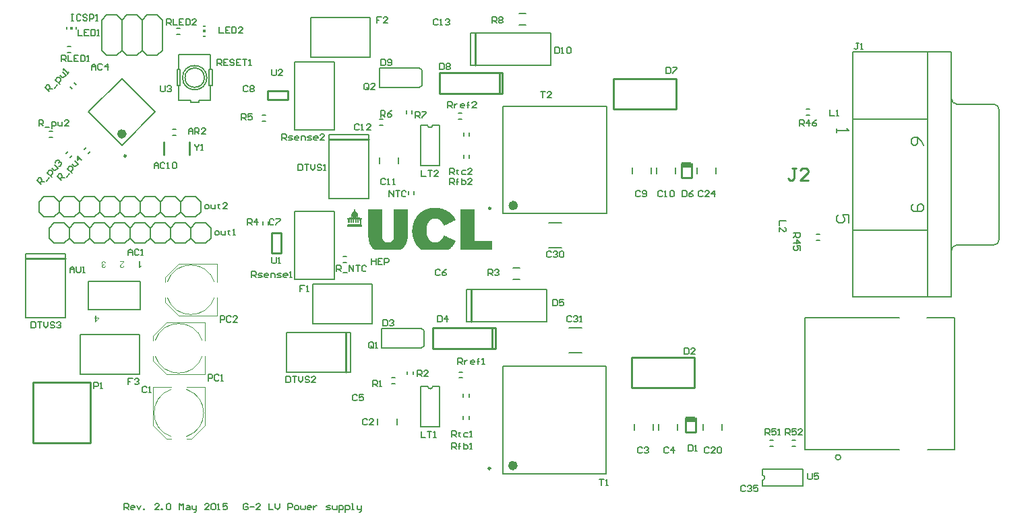
<source format=gto>
%FSLAX44Y44*%
%MOMM*%
G71*
G01*
G75*
G04 Layer_Color=65535*
%ADD10R,4.8600X3.3600*%
%ADD11R,1.4000X1.3900*%
%ADD12R,1.4224X3.0226*%
%ADD13R,3.0226X1.4224*%
%ADD14R,0.7000X0.9000*%
%ADD15O,0.8000X1.4000*%
%ADD16R,0.8000X1.4000*%
%ADD17R,0.8000X0.9000*%
%ADD18R,2.6000X1.1000*%
%ADD19R,2.0000X3.5000*%
%ADD20R,2.1800X1.5200*%
%ADD21R,1.5500X3.3000*%
%ADD22R,1.5200X2.1800*%
%ADD23R,0.9000X0.7000*%
%ADD24R,0.9000X0.8000*%
%ADD25R,1.1430X0.7620*%
%ADD26R,2.2606X2.9972*%
%ADD27R,1.8800X1.1700*%
%ADD28R,1.1000X1.4000*%
%ADD29R,1.1000X1.7000*%
G04:AMPARAMS|DCode=30|XSize=0.9mm|YSize=0.7mm|CornerRadius=0mm|HoleSize=0mm|Usage=FLASHONLY|Rotation=225.000|XOffset=0mm|YOffset=0mm|HoleType=Round|Shape=Rectangle|*
%AMROTATEDRECTD30*
4,1,4,0.0707,0.5657,0.5657,0.0707,-0.0707,-0.5657,-0.5657,-0.0707,0.0707,0.5657,0.0*
%
%ADD30ROTATEDRECTD30*%

%ADD31R,1.8000X3.2000*%
%ADD32R,1.2000X1.2000*%
%ADD33R,4.0000X3.1000*%
G04:AMPARAMS|DCode=34|XSize=0.9mm|YSize=0.8mm|CornerRadius=0mm|HoleSize=0mm|Usage=FLASHONLY|Rotation=135.000|XOffset=0mm|YOffset=0mm|HoleType=Round|Shape=Rectangle|*
%AMROTATEDRECTD34*
4,1,4,0.6010,-0.0354,0.0354,-0.6010,-0.6010,0.0354,-0.0354,0.6010,0.6010,-0.0354,0.0*
%
%ADD34ROTATEDRECTD34*%

G04:AMPARAMS|DCode=35|XSize=0.9mm|YSize=0.8mm|CornerRadius=0mm|HoleSize=0mm|Usage=FLASHONLY|Rotation=45.000|XOffset=0mm|YOffset=0mm|HoleType=Round|Shape=Rectangle|*
%AMROTATEDRECTD35*
4,1,4,-0.0354,-0.6010,-0.6010,-0.0354,0.0354,0.6010,0.6010,0.0354,-0.0354,-0.6010,0.0*
%
%ADD35ROTATEDRECTD35*%

G04:AMPARAMS|DCode=36|XSize=0.9mm|YSize=0.7mm|CornerRadius=0mm|HoleSize=0mm|Usage=FLASHONLY|Rotation=315.000|XOffset=0mm|YOffset=0mm|HoleType=Round|Shape=Rectangle|*
%AMROTATEDRECTD36*
4,1,4,-0.5657,0.0707,-0.0707,0.5657,0.5657,-0.0707,0.0707,-0.5657,-0.5657,0.0707,0.0*
%
%ADD36ROTATEDRECTD36*%

%ADD37R,1.2192X1.2192*%
%ADD38R,1.4000X3.3000*%
%ADD39R,2.1000X1.8000*%
%ADD40O,1.0000X0.5500*%
%ADD41R,1.0000X0.5500*%
%ADD42O,0.5500X1.0000*%
%ADD43R,0.5500X1.0000*%
G04:AMPARAMS|DCode=44|XSize=1.55mm|YSize=1.3mm|CornerRadius=0.0975mm|HoleSize=0mm|Usage=FLASHONLY|Rotation=90.000|XOffset=0mm|YOffset=0mm|HoleType=Round|Shape=RoundedRectangle|*
%AMROUNDEDRECTD44*
21,1,1.5500,1.1050,0,0,90.0*
21,1,1.3550,1.3000,0,0,90.0*
1,1,0.1950,0.5525,0.6775*
1,1,0.1950,0.5525,-0.6775*
1,1,0.1950,-0.5525,-0.6775*
1,1,0.1950,-0.5525,0.6775*
%
%ADD44ROUNDEDRECTD44*%
G04:AMPARAMS|DCode=45|XSize=0.55mm|YSize=1.65mm|CornerRadius=0mm|HoleSize=0mm|Usage=FLASHONLY|Rotation=135.000|XOffset=0mm|YOffset=0mm|HoleType=Round|Shape=Round|*
%AMOVALD45*
21,1,1.1000,0.5500,0.0000,0.0000,225.0*
1,1,0.5500,0.3889,0.3889*
1,1,0.5500,-0.3889,-0.3889*
%
%ADD45OVALD45*%

G04:AMPARAMS|DCode=46|XSize=0.55mm|YSize=1.65mm|CornerRadius=0mm|HoleSize=0mm|Usage=FLASHONLY|Rotation=225.000|XOffset=0mm|YOffset=0mm|HoleType=Round|Shape=Round|*
%AMOVALD46*
21,1,1.1000,0.5500,0.0000,0.0000,315.0*
1,1,0.5500,-0.3889,0.3889*
1,1,0.5500,0.3889,-0.3889*
%
%ADD46OVALD46*%

%ADD47R,1.2192X1.2192*%
%ADD48R,0.7112X2.0066*%
%ADD49R,1.2192X2.2352*%
%ADD50R,3.6068X2.2098*%
%ADD51C,0.5000*%
%ADD52C,1.0000*%
%ADD53C,0.7500*%
%ADD54C,1.2700*%
%ADD55C,0.3000*%
%ADD56C,0.6350*%
%ADD57C,0.5080*%
%ADD58C,0.2540*%
%ADD59C,0.7000*%
%ADD60R,1.3716X1.3716*%
%ADD61C,1.3716*%
%ADD62C,2.4003*%
%ADD63C,3.2512*%
%ADD64C,3.0000*%
%ADD65O,1.4224X2.8448*%
%ADD66C,1.7780*%
%ADD67C,2.3000*%
%ADD68C,1.6900*%
%ADD69R,1.6900X1.6900*%
%ADD70C,4.7600*%
G04:AMPARAMS|DCode=71|XSize=1.5748mm|YSize=1.5748mm|CornerRadius=0mm|HoleSize=0mm|Usage=FLASHONLY|Rotation=0.000|XOffset=0mm|YOffset=0mm|HoleType=Round|Shape=Octagon|*
%AMOCTAGOND71*
4,1,8,0.7874,-0.3937,0.7874,0.3937,0.3937,0.7874,-0.3937,0.7874,-0.7874,0.3937,-0.7874,-0.3937,-0.3937,-0.7874,0.3937,-0.7874,0.7874,-0.3937,0.0*
%
%ADD71OCTAGOND71*%

%ADD72C,1.2700*%
%ADD73C,0.8000*%
%ADD74C,0.1016*%
%ADD75C,0.1524*%
%ADD76C,0.2000*%
%ADD77C,0.6000*%
%ADD78C,0.2500*%
%ADD79C,0.1270*%
%ADD80C,0.0254*%
%ADD81C,0.2286*%
%ADD82C,0.2032*%
%ADD83C,0.1500*%
%ADD84R,1.2700X0.6350*%
%ADD85R,0.3024X0.3048*%
%ADD86R,0.1524X0.3048*%
%ADD87R,0.1500X0.3048*%
%ADD88R,0.3048X0.3024*%
%ADD89R,0.3048X0.1524*%
%ADD90R,0.3048X0.1500*%
G36*
X362743Y412795D02*
X362764Y412806D01*
X362806Y412848D01*
X362890Y412921D01*
X362995Y413005D01*
X363131Y413110D01*
X363299Y413226D01*
X363478Y413351D01*
X363688Y413477D01*
X363698D01*
X363708Y413488D01*
X363740Y413509D01*
X363782Y413530D01*
X363897Y413593D01*
X364034Y413666D01*
X364191Y413750D01*
X364369Y413834D01*
X364548Y413918D01*
X364726Y413991D01*
Y413026D01*
X364715D01*
X364684Y413005D01*
X364642Y412984D01*
X364590Y412953D01*
X364516Y412921D01*
X364432Y412869D01*
X364233Y412764D01*
X364013Y412627D01*
X363761Y412460D01*
X363520Y412281D01*
X363278Y412082D01*
X363268Y412072D01*
X363247Y412061D01*
X363215Y412030D01*
X363173Y411988D01*
X363069Y411883D01*
X362932Y411736D01*
X362796Y411578D01*
X362649Y411390D01*
X362513Y411201D01*
X362397Y411002D01*
X361757D01*
Y419100D01*
X362743D01*
Y412795D01*
D02*
G37*
G36*
X343096Y419173D02*
Y419131D01*
Y419068D01*
X343085Y418974D01*
X343074Y418869D01*
X343054Y418753D01*
X343022Y418638D01*
X342980Y418512D01*
Y418502D01*
X342970Y418491D01*
X342959Y418460D01*
X342938Y418418D01*
X342896Y418313D01*
X342823Y418176D01*
X342728Y418009D01*
X342623Y417830D01*
X342487Y417641D01*
X342330Y417442D01*
X342319Y417432D01*
X342309Y417421D01*
X342277Y417390D01*
X342246Y417348D01*
X342141Y417232D01*
X341994Y417085D01*
X341816Y416907D01*
X341595Y416697D01*
X341333Y416467D01*
X341029Y416215D01*
X341018Y416204D01*
X340976Y416162D01*
X340903Y416110D01*
X340819Y416036D01*
X340714Y415942D01*
X340588Y415837D01*
X340452Y415722D01*
X340316Y415596D01*
X340022Y415323D01*
X339728Y415040D01*
X339592Y414893D01*
X339466Y414757D01*
X339351Y414631D01*
X339256Y414505D01*
X339246Y414494D01*
X339235Y414473D01*
X339214Y414442D01*
X339183Y414400D01*
X339151Y414337D01*
X339109Y414274D01*
X339015Y414117D01*
X338931Y413938D01*
X338857Y413739D01*
X338805Y413519D01*
X338784Y413414D01*
Y413309D01*
Y413298D01*
Y413278D01*
Y413257D01*
X338795Y413215D01*
X338805Y413099D01*
X338837Y412963D01*
X338889Y412805D01*
X338962Y412648D01*
X339067Y412480D01*
X339214Y412323D01*
X339235Y412302D01*
X339288Y412260D01*
X339382Y412197D01*
X339508Y412113D01*
X339665Y412040D01*
X339854Y411977D01*
X340074Y411935D01*
X340316Y411914D01*
X340389D01*
X340431Y411924D01*
X340494D01*
X340567Y411935D01*
X340725Y411966D01*
X340903Y412019D01*
X341102Y412092D01*
X341291Y412197D01*
X341459Y412344D01*
X341480Y412365D01*
X341522Y412417D01*
X341595Y412522D01*
X341669Y412648D01*
X341753Y412826D01*
X341826Y413026D01*
X341868Y413257D01*
X341889Y413529D01*
X342907Y413424D01*
Y413414D01*
X342896Y413372D01*
Y413320D01*
X342886Y413236D01*
X342865Y413141D01*
X342844Y413036D01*
X342812Y412910D01*
X342770Y412785D01*
X342676Y412501D01*
X342613Y412354D01*
X342539Y412218D01*
X342456Y412071D01*
X342361Y411935D01*
X342256Y411809D01*
X342130Y411693D01*
X342120Y411683D01*
X342099Y411673D01*
X342057Y411641D01*
X342005Y411599D01*
X341931Y411557D01*
X341847Y411505D01*
X341753Y411452D01*
X341637Y411389D01*
X341511Y411337D01*
X341375Y411284D01*
X341228Y411232D01*
X341060Y411190D01*
X340893Y411148D01*
X340704Y411117D01*
X340504Y411106D01*
X340295Y411096D01*
X340179D01*
X340106Y411106D01*
X340001Y411117D01*
X339885Y411127D01*
X339760Y411148D01*
X339623Y411180D01*
X339329Y411253D01*
X339183Y411305D01*
X339025Y411368D01*
X338868Y411442D01*
X338721Y411536D01*
X338585Y411631D01*
X338448Y411746D01*
X338438Y411757D01*
X338417Y411777D01*
X338385Y411809D01*
X338343Y411861D01*
X338291Y411924D01*
X338228Y411998D01*
X338176Y412082D01*
X338102Y412187D01*
X338039Y412291D01*
X337987Y412417D01*
X337871Y412690D01*
X337829Y412837D01*
X337798Y412994D01*
X337777Y413162D01*
X337766Y413340D01*
Y413362D01*
Y413424D01*
X337777Y413519D01*
X337788Y413645D01*
X337819Y413781D01*
X337850Y413949D01*
X337903Y414117D01*
X337966Y414295D01*
X337976Y414316D01*
X338008Y414379D01*
X338050Y414473D01*
X338123Y414589D01*
X338218Y414736D01*
X338333Y414903D01*
X338469Y415092D01*
X338627Y415281D01*
Y415292D01*
X338648Y415302D01*
X338679Y415334D01*
X338711Y415376D01*
X338763Y415428D01*
X338826Y415491D01*
X338899Y415564D01*
X338994Y415648D01*
X339088Y415743D01*
X339204Y415848D01*
X339329Y415974D01*
X339466Y416099D01*
X339623Y416236D01*
X339781Y416372D01*
X339969Y416530D01*
X340158Y416697D01*
X340169Y416708D01*
X340200Y416729D01*
X340242Y416771D01*
X340305Y416813D01*
X340368Y416876D01*
X340452Y416949D01*
X340630Y417107D01*
X340830Y417274D01*
X341018Y417442D01*
X341102Y417516D01*
X341176Y417589D01*
X341249Y417662D01*
X341302Y417715D01*
X341312Y417725D01*
X341344Y417757D01*
X341386Y417809D01*
X341449Y417883D01*
X341511Y417956D01*
X341585Y418051D01*
X341721Y418239D01*
X337756D01*
Y419194D01*
X343096D01*
Y419173D01*
D02*
G37*
G36*
X307646Y348590D02*
X311150D01*
Y347677D01*
X307468Y342453D01*
X306660D01*
Y347677D01*
X305569D01*
Y348590D01*
X306660D01*
Y350520D01*
X307646D01*
Y348590D01*
D02*
G37*
G36*
X317405Y419226D02*
X317489Y419215D01*
X317593Y419205D01*
X317719Y419184D01*
X317845Y419152D01*
X318118Y419079D01*
X318265Y419027D01*
X318412Y418974D01*
X318569Y418901D01*
X318716Y418817D01*
X318852Y418722D01*
X318989Y418607D01*
X318999Y418596D01*
X319020Y418576D01*
X319052Y418544D01*
X319104Y418492D01*
X319157Y418429D01*
X319219Y418355D01*
X319282Y418261D01*
X319356Y418166D01*
X319419Y418051D01*
X319492Y417925D01*
X319555Y417789D01*
X319618Y417642D01*
X319681Y417485D01*
X319723Y417327D01*
X319765Y417149D01*
X319786Y416960D01*
X318800Y416824D01*
Y416834D01*
X318789Y416866D01*
X318779Y416908D01*
X318769Y416960D01*
X318748Y417033D01*
X318727Y417107D01*
X318664Y417296D01*
X318590Y417495D01*
X318485Y417694D01*
X318370Y417894D01*
X318307Y417977D01*
X318234Y418051D01*
X318213Y418061D01*
X318160Y418103D01*
X318076Y418166D01*
X317950Y418229D01*
X317803Y418303D01*
X317635Y418355D01*
X317436Y418397D01*
X317226Y418418D01*
X317153D01*
X317111Y418408D01*
X317048D01*
X316975Y418397D01*
X316817Y418355D01*
X316628Y418303D01*
X316429Y418219D01*
X316230Y418093D01*
X316135Y418019D01*
X316041Y417936D01*
X316031Y417925D01*
X316020Y417915D01*
X315999Y417883D01*
X315968Y417852D01*
X315884Y417747D01*
X315800Y417600D01*
X315716Y417432D01*
X315632Y417222D01*
X315579Y416992D01*
X315558Y416866D01*
Y416740D01*
Y416729D01*
Y416708D01*
Y416677D01*
X315569Y416624D01*
Y416572D01*
X315579Y416498D01*
X315611Y416341D01*
X315663Y416163D01*
X315747Y415974D01*
X315863Y415796D01*
X315926Y415701D01*
X316010Y415617D01*
X316031Y415596D01*
X316093Y415544D01*
X316188Y415481D01*
X316314Y415397D01*
X316482Y415313D01*
X316670Y415250D01*
X316891Y415198D01*
X317143Y415177D01*
X317258D01*
X317331Y415187D01*
X317436Y415198D01*
X317562Y415219D01*
X317698Y415250D01*
X317845Y415282D01*
X317730Y414411D01*
X317709D01*
X317677Y414421D01*
X317625Y414432D01*
X317510D01*
X317468Y414421D01*
X317342Y414411D01*
X317195Y414390D01*
X317017Y414348D01*
X316828Y414296D01*
X316628Y414212D01*
X316440Y414107D01*
X316429D01*
X316419Y414086D01*
X316356Y414044D01*
X316272Y413960D01*
X316177Y413855D01*
X316083Y413708D01*
X316010Y413530D01*
X315947Y413320D01*
X315936Y413204D01*
X315926Y413079D01*
Y413068D01*
Y413058D01*
X315936Y412984D01*
X315947Y412890D01*
X315968Y412764D01*
X316020Y412627D01*
X316083Y412481D01*
X316177Y412323D01*
X316303Y412187D01*
X316324Y412166D01*
X316366Y412124D01*
X316450Y412072D01*
X316555Y411998D01*
X316691Y411935D01*
X316859Y411872D01*
X317038Y411830D01*
X317247Y411820D01*
X317300D01*
X317342Y411830D01*
X317457Y411841D01*
X317593Y411862D01*
X317740Y411914D01*
X317908Y411977D01*
X318066Y412061D01*
X318223Y412187D01*
X318244Y412208D01*
X318286Y412250D01*
X318349Y412334D01*
X318422Y412460D01*
X318506Y412607D01*
X318590Y412795D01*
X318653Y413016D01*
X318706Y413267D01*
X319692Y413089D01*
Y413079D01*
X319681Y413047D01*
X319671Y412995D01*
X319650Y412921D01*
X319629Y412848D01*
X319597Y412743D01*
X319566Y412638D01*
X319524Y412523D01*
X319408Y412281D01*
X319272Y412030D01*
X319094Y411778D01*
X318989Y411662D01*
X318873Y411558D01*
X318863Y411547D01*
X318842Y411537D01*
X318810Y411505D01*
X318758Y411474D01*
X318695Y411432D01*
X318622Y411379D01*
X318527Y411327D01*
X318433Y411274D01*
X318317Y411232D01*
X318202Y411180D01*
X317929Y411086D01*
X317614Y411022D01*
X317447Y411012D01*
X317268Y411002D01*
X317153D01*
X317101Y411012D01*
X317027D01*
X316870Y411033D01*
X316681Y411075D01*
X316482Y411117D01*
X316272Y411190D01*
X316062Y411285D01*
X316052D01*
X316041Y411295D01*
X316010Y411316D01*
X315968Y411337D01*
X315873Y411400D01*
X315747Y411484D01*
X315611Y411600D01*
X315464Y411736D01*
X315328Y411883D01*
X315212Y412061D01*
Y412072D01*
X315202Y412082D01*
X315160Y412145D01*
X315118Y412250D01*
X315055Y412376D01*
X315002Y412533D01*
X314950Y412711D01*
X314918Y412900D01*
X314908Y413100D01*
Y413110D01*
Y413121D01*
Y413184D01*
X314918Y413288D01*
X314939Y413414D01*
X314981Y413561D01*
X315023Y413718D01*
X315097Y413886D01*
X315191Y414054D01*
X315202Y414075D01*
X315244Y414128D01*
X315307Y414201D01*
X315401Y414296D01*
X315516Y414411D01*
X315663Y414526D01*
X315831Y414631D01*
X316020Y414736D01*
X316010D01*
X315989Y414747D01*
X315947Y414757D01*
X315905Y414767D01*
X315842Y414789D01*
X315768Y414820D01*
X315611Y414883D01*
X315433Y414977D01*
X315254Y415103D01*
X315065Y415250D01*
X314908Y415428D01*
Y415439D01*
X314887Y415449D01*
X314866Y415481D01*
X314845Y415523D01*
X314814Y415575D01*
X314782Y415628D01*
X314709Y415785D01*
X314635Y415974D01*
X314572Y416194D01*
X314530Y416436D01*
X314509Y416719D01*
Y416729D01*
Y416761D01*
Y416824D01*
X314520Y416897D01*
X314530Y416992D01*
X314551Y417096D01*
X314572Y417212D01*
X314604Y417338D01*
X314646Y417474D01*
X314698Y417621D01*
X314761Y417768D01*
X314835Y417925D01*
X314929Y418072D01*
X315034Y418229D01*
X315149Y418376D01*
X315286Y418512D01*
X315296Y418523D01*
X315317Y418544D01*
X315359Y418576D01*
X315422Y418628D01*
X315495Y418680D01*
X315590Y418743D01*
X315695Y418806D01*
X315810Y418869D01*
X315947Y418943D01*
X316093Y419006D01*
X316251Y419068D01*
X316429Y419121D01*
X316607Y419173D01*
X316807Y419205D01*
X317006Y419226D01*
X317226Y419236D01*
X317331D01*
X317405Y419226D01*
D02*
G37*
%LPC*%
G36*
X310185Y347677D02*
X307646D01*
Y344037D01*
X310185Y347677D01*
D02*
G37*
%LPD*%
D58*
X1059180Y260350D02*
Y298450D01*
X980440Y260350D02*
X1059180D01*
X980440D02*
Y298450D01*
X1059180D01*
X1036320Y610870D02*
Y648970D01*
X957580Y610870D02*
X1036320D01*
X957580D02*
Y648970D01*
X1036320D01*
X218840Y422910D02*
X268840D01*
X621030Y279800D02*
Y329800D01*
X783590Y665480D02*
Y706120D01*
X1042670Y524510D02*
X1055370D01*
Y542290D01*
X1042670Y524510D02*
Y542290D01*
X805010Y309340D02*
X808820D01*
Y336010D01*
X805010D02*
X808820D01*
X805010Y309340D02*
Y336010D01*
X730080D02*
X805010D01*
X730080Y309340D02*
Y336010D01*
Y309340D02*
X805010D01*
X528320Y454660D02*
X539750D01*
X528320Y429260D02*
Y454660D01*
X539750Y429260D02*
Y454660D01*
X528320Y429260D02*
X539750D01*
X1047750Y204470D02*
X1060450D01*
Y222250D01*
X1047750Y204470D02*
Y222250D01*
X523240Y622300D02*
Y633730D01*
Y622300D02*
X548640D01*
X523240Y633730D02*
X548640D01*
Y622300D02*
Y633730D01*
X228160Y190500D02*
Y266700D01*
X300160D01*
Y190500D02*
Y266700D01*
X228160Y190500D02*
X300160D01*
X778510Y342900D02*
Y383540D01*
X599840Y572770D02*
X649840D01*
X814070Y629920D02*
X817880D01*
Y656590D01*
X814070D02*
X817880D01*
X814070Y629920D02*
Y656590D01*
X739140D02*
X814070D01*
X739140Y629920D02*
Y656590D01*
Y629920D02*
X814070D01*
X1186812Y536570D02*
X1181733D01*
X1184273D01*
Y523874D01*
X1181733Y521335D01*
X1179194D01*
X1176655Y523874D01*
X1202047Y521335D02*
X1191890D01*
X1202047Y531492D01*
Y534031D01*
X1199508Y536570D01*
X1194429D01*
X1191890Y534031D01*
D74*
X421132Y198882D02*
G03*
X421132Y258100I-9535J29609D01*
G01*
X401980D02*
G03*
X401980Y198882I9535J-29609D01*
G01*
X381762Y300228D02*
G03*
X440980Y300228I29609J9535D01*
G01*
Y319380D02*
G03*
X381762Y319380I-29609J-9535D01*
G01*
X397002Y373888D02*
G03*
X456220Y373888I29609J9535D01*
G01*
Y393040D02*
G03*
X397002Y393040I-29609J-9535D01*
G01*
X421132Y261100D02*
X443992D01*
Y212852D02*
Y261100D01*
X427228Y196088D02*
X443992Y212852D01*
X421132Y196088D02*
X427228D01*
X395980D02*
X401980D01*
X378980Y212852D02*
X395980Y196088D01*
X378980Y212852D02*
Y261100D01*
X401980D01*
X443980Y277368D02*
Y300228D01*
X395732Y277368D02*
X443980D01*
X378968Y294132D02*
X395732Y277368D01*
X378968Y294132D02*
Y300228D01*
Y319380D02*
Y325380D01*
X395732Y342380D01*
X443980D01*
Y319380D02*
Y342380D01*
X459220Y351028D02*
Y373888D01*
X410972Y351028D02*
X459220D01*
X394208Y367792D02*
X410972Y351028D01*
X394208Y367792D02*
Y373888D01*
Y393040D02*
Y399040D01*
X410972Y416040D01*
X459220D01*
Y393040D02*
Y416040D01*
D75*
X1242822Y172780D02*
G03*
X1242822Y172780I-3302J0D01*
G01*
X1197610Y190980D02*
Y348488D01*
X1316020D01*
X1351020D02*
X1385820D01*
Y182430D02*
Y348488D01*
X1352020Y182430D02*
X1385820D01*
X1197610D02*
Y190980D01*
Y182430D02*
X1316020D01*
X407270Y467360D02*
X419970D01*
X426320Y461010D01*
Y448310D02*
Y461010D01*
X419970Y441960D02*
X426320Y448310D01*
X375520Y461010D02*
X381870Y467360D01*
X394570D01*
X400920Y461010D01*
Y448310D02*
Y461010D01*
X394570Y441960D02*
X400920Y448310D01*
X381870Y441960D02*
X394570D01*
X375520Y448310D02*
X381870Y441960D01*
X400920Y461010D02*
X407270Y467360D01*
X400920Y448310D02*
X407270Y441960D01*
X419970D01*
X331070Y467360D02*
X343770D01*
X350120Y461010D01*
Y448310D02*
Y461010D01*
X343770Y441960D02*
X350120Y448310D01*
Y461010D02*
X356470Y467360D01*
X369170D01*
X375520Y461010D01*
Y448310D02*
Y461010D01*
X369170Y441960D02*
X375520Y448310D01*
X356470Y441960D02*
X369170D01*
X350120Y448310D02*
X356470Y441960D01*
X299320Y461010D02*
X305670Y467360D01*
X318370D01*
X324720Y461010D01*
Y448310D02*
Y461010D01*
X318370Y441960D02*
X324720Y448310D01*
X305670Y441960D02*
X318370D01*
X299320Y448310D02*
X305670Y441960D01*
X324720Y461010D02*
X331070Y467360D01*
X324720Y448310D02*
X331070Y441960D01*
X343770D01*
X254870Y467360D02*
X267570D01*
X273920Y461010D01*
Y448310D02*
Y461010D01*
X267570Y441960D02*
X273920Y448310D01*
Y461010D02*
X280270Y467360D01*
X292970D01*
X299320Y461010D01*
Y448310D02*
Y461010D01*
X292970Y441960D02*
X299320Y448310D01*
X280270Y441960D02*
X292970D01*
X273920Y448310D02*
X280270Y441960D01*
X248520Y448310D02*
Y461010D01*
X254870Y467360D01*
X248520Y448310D02*
X254870Y441960D01*
X267570D01*
X432670Y467360D02*
X445370D01*
X451720Y461010D01*
Y448310D02*
Y461010D01*
X445370Y441960D02*
X451720Y448310D01*
X426320Y461010D02*
X432670Y467360D01*
X426320Y448310D02*
X432670Y441960D01*
X445370D01*
X419970Y474980D02*
X432670D01*
X413620Y481330D02*
X419970Y474980D01*
X413620Y494030D02*
X419970Y500380D01*
X432670Y474980D02*
X439020Y481330D01*
Y494030D01*
X432670Y500380D02*
X439020Y494030D01*
X419970Y500380D02*
X432670D01*
X242170Y474980D02*
X254870D01*
X235820Y481330D02*
X242170Y474980D01*
X235820Y494030D02*
X242170Y500380D01*
X235820Y481330D02*
Y494030D01*
X261220Y481330D02*
X267570Y474980D01*
X280270D01*
X286620Y481330D01*
Y494030D01*
X280270Y500380D02*
X286620Y494030D01*
X267570Y500380D02*
X280270D01*
X261220Y494030D02*
X267570Y500380D01*
X254870Y474980D02*
X261220Y481330D01*
Y494030D01*
X254870Y500380D02*
X261220Y494030D01*
X242170Y500380D02*
X254870D01*
X318370Y474980D02*
X331070D01*
X312020Y481330D02*
X318370Y474980D01*
X312020Y494030D02*
X318370Y500380D01*
X286620Y481330D02*
X292970Y474980D01*
X305670D01*
X312020Y481330D01*
Y494030D01*
X305670Y500380D02*
X312020Y494030D01*
X292970Y500380D02*
X305670D01*
X286620Y494030D02*
X292970Y500380D01*
X337420Y481330D02*
X343770Y474980D01*
X356470D01*
X362820Y481330D01*
Y494030D01*
X356470Y500380D02*
X362820Y494030D01*
X343770Y500380D02*
X356470D01*
X337420Y494030D02*
X343770Y500380D01*
X331070Y474980D02*
X337420Y481330D01*
Y494030D01*
X331070Y500380D02*
X337420Y494030D01*
X318370Y500380D02*
X331070D01*
X394570Y474980D02*
X407270D01*
X388220Y481330D02*
X394570Y474980D01*
X388220Y494030D02*
X394570Y500380D01*
X362820Y481330D02*
X369170Y474980D01*
X381870D01*
X388220Y481330D01*
Y494030D01*
X381870Y500380D02*
X388220Y494030D01*
X369170Y500380D02*
X381870D01*
X362820Y494030D02*
X369170Y500380D01*
X407270Y474980D02*
X413620Y481330D01*
Y494030D01*
X407270Y500380D02*
X413620Y494030D01*
X394570Y500380D02*
X407270D01*
X314560Y684530D02*
X320910Y678180D01*
X333610D02*
X339960Y684530D01*
X346310Y678180D01*
X359010D02*
X365360Y684530D01*
X314560D02*
Y722630D01*
X320910Y728980D01*
X333610D01*
X339960Y722630D01*
X346310Y728980D01*
X359010D01*
X365360Y722630D01*
X339960Y684530D02*
Y722630D01*
X365360Y684530D02*
Y722630D01*
X346310Y678180D02*
X359010D01*
X320910D02*
X333610D01*
X365360Y684530D02*
X371710Y678180D01*
X384410D02*
X390760Y684530D01*
X365360Y722630D02*
X371710Y728980D01*
X384410D01*
X390760Y722630D01*
Y684530D02*
Y722630D01*
X371710Y678180D02*
X384410D01*
D76*
X1144270Y143745D02*
G03*
X1144270Y150095I0J3175D01*
G01*
X723880Y590550D02*
G03*
X730230Y590550I3175J0D01*
G01*
X724180Y262030D02*
G03*
X730530Y262030I3175J0D01*
G01*
X1381810Y623920D02*
G03*
X1388760Y616970I6950J0D01*
G01*
X1441760Y609970D02*
G03*
X1434810Y616920I-6950J0D01*
G01*
X1388760Y439670D02*
G03*
X1381810Y432720I0J-6950D01*
G01*
X1434810Y439720D02*
G03*
X1441760Y446670I0J6950D01*
G01*
X1153700Y194000D02*
X1157700D01*
X1153700Y187000D02*
X1157700D01*
X1144270Y136270D02*
X1195070D01*
Y157570D01*
X1144270D02*
X1195070D01*
X1144270Y150095D02*
Y157570D01*
Y136270D02*
Y143745D01*
X1181640Y194000D02*
X1185640D01*
X1181640Y187000D02*
X1185640D01*
X1086420Y529400D02*
Y537400D01*
X1062420Y529400D02*
Y537400D01*
X1094040Y206820D02*
Y214820D01*
X1070040Y206820D02*
Y214820D01*
X218840Y428720D02*
X243840D01*
X218840Y348520D02*
Y428720D01*
Y348520D02*
X268840D01*
Y428720D01*
X243840D02*
X268840D01*
X362370Y302260D02*
Y327260D01*
X287870D02*
X362370D01*
X287870Y277260D02*
Y327260D01*
Y277260D02*
X362370D01*
Y302260D01*
X626840Y304800D02*
Y329800D01*
X546640D02*
X626840D01*
X546640Y279800D02*
Y329800D01*
Y279800D02*
X626840D01*
Y304800D01*
X707080Y503460D02*
Y507460D01*
X700080Y503460D02*
Y507460D01*
X617760Y418140D02*
X621760D01*
X617760Y425140D02*
X621760D01*
X715105Y590550D02*
X723880D01*
X730230D02*
X739005D01*
Y539750D02*
Y590550D01*
X715105Y539750D02*
X739005D01*
X715105D02*
Y590550D01*
X818400Y287280D02*
X948400D01*
X818400Y152280D02*
X948400D01*
X818400D02*
Y287280D01*
X948400Y152280D02*
Y287280D01*
X775960Y248600D02*
Y252600D01*
X768960Y248600D02*
Y252600D01*
X775960Y220660D02*
Y224660D01*
X768960Y220660D02*
Y224660D01*
X524200Y465360D02*
Y469360D01*
X517200Y465360D02*
Y469360D01*
X678720Y265740D02*
X682720D01*
X678720Y272740D02*
X682720D01*
X685400Y213580D02*
Y221580D01*
X661400Y213580D02*
Y221580D01*
X697540Y605060D02*
Y609060D01*
X704540Y605060D02*
Y609060D01*
X839280Y716400D02*
X847280D01*
X839280Y731400D02*
X847280D01*
X516160Y595940D02*
X520160D01*
X516160Y602940D02*
X520160D01*
X769485Y549180D02*
Y553180D01*
X776486Y549180D02*
Y553180D01*
X762540Y605480D02*
X766540D01*
X762540Y598480D02*
X766540D01*
X769485Y577120D02*
Y581120D01*
X776486Y577120D02*
Y581120D01*
X577430Y701040D02*
Y726040D01*
X651930D01*
Y676040D02*
Y726040D01*
X577430Y676040D02*
X651930D01*
X577430D02*
Y701040D01*
X280061Y643969D02*
X282889Y641141D01*
X275111Y639019D02*
X277939Y636191D01*
X777540Y665480D02*
Y685800D01*
Y665480D02*
X878540D01*
Y706120D01*
X777540D02*
X878540D01*
X777540Y685800D02*
Y706120D01*
X981140Y529400D02*
Y537400D01*
X1005140Y529400D02*
Y537400D01*
X1011620Y529400D02*
Y537400D01*
X1035620Y529400D02*
Y537400D01*
X581660Y481920D02*
X606660D01*
Y396920D02*
Y481920D01*
X556660Y396920D02*
X606660D01*
X556660D02*
Y481920D01*
X581660D01*
X271920Y689300D02*
X275920D01*
X271920Y682300D02*
X275920D01*
X404000Y578160D02*
X408000D01*
X404000Y585160D02*
X408000D01*
X409080Y712160D02*
X413080D01*
X409080Y705160D02*
X413080D01*
X249060Y582620D02*
X253060D01*
X249060Y575620D02*
X253060Y575620D01*
X270031Y554781D02*
X272859Y557609D01*
X274981Y549831D02*
X277809Y552659D01*
X292891Y559861D02*
X295719Y562689D01*
X297841Y554911D02*
X300669Y557739D01*
X875920Y467620D02*
X891920D01*
X875920Y436620D02*
X891920D01*
X1212120Y446080D02*
X1216120D01*
X1212120Y453080D02*
X1216120D01*
X1199420Y603560D02*
X1203420D01*
X1199420Y610560D02*
X1203420D01*
X663480Y590860D02*
X667480D01*
X663480Y597860D02*
X667480D01*
X687640Y542100D02*
Y550100D01*
X663640Y542100D02*
Y550100D01*
X763640Y272820D02*
X767640D01*
X763640Y279820D02*
X767640D01*
X1014160Y206820D02*
Y214820D01*
X1038160Y206820D02*
Y214820D01*
X983680Y206820D02*
Y214820D01*
X1007680Y206820D02*
Y214820D01*
X715405Y211230D02*
Y262030D01*
Y211230D02*
X739305D01*
Y262030D01*
X730530D02*
X739305D01*
X715405D02*
X724180D01*
X705640Y276860D02*
Y280860D01*
X698640Y276860D02*
Y280860D01*
X831660Y411360D02*
X839660D01*
X831660Y396360D02*
X839660D01*
X901320Y335540D02*
X917320D01*
X901320Y304540D02*
X917320D01*
X339960Y648779D02*
X381679Y607060D01*
X298241D02*
X339960Y565341D01*
X298241Y607060D02*
X339960Y648779D01*
Y565341D02*
X381679Y607060D01*
X1351760Y374320D02*
Y682320D01*
X1257760Y374320D02*
X1381760D01*
X1257760Y682320D02*
X1381760D01*
X1441760Y446670D02*
Y609970D01*
X1257760Y374320D02*
Y682320D01*
X1257760Y458320D02*
X1351760D01*
X1381760Y374320D02*
Y682320D01*
X1257760Y598320D02*
X1351760D01*
X1388760Y616970D02*
X1434760D01*
X1388760Y439670D02*
X1434760D01*
X556660Y584880D02*
X581660D01*
X556660D02*
Y669880D01*
X606660D01*
Y584880D02*
Y669880D01*
X581660Y584880D02*
X606660D01*
X772460Y342900D02*
Y363220D01*
Y342900D02*
X873460D01*
Y383540D01*
X772460D02*
X873460D01*
X772460Y363220D02*
Y383540D01*
X599840Y578580D02*
X624840D01*
X599840Y498380D02*
Y578580D01*
Y498380D02*
X649840D01*
Y578580D01*
X624840D02*
X649840D01*
X579970Y365760D02*
Y390760D01*
X654470D01*
Y340760D02*
Y390760D01*
X579970Y340760D02*
X654470D01*
X579970D02*
Y365760D01*
X948800Y479400D02*
Y614400D01*
X818800Y479400D02*
Y614400D01*
Y479400D02*
X948800D01*
X818800Y614400D02*
X948800D01*
D77*
X834100Y162280D02*
G03*
X834100Y162280I-3000J0D01*
G01*
X342960Y579483D02*
G03*
X342960Y579483I-3000J0D01*
G01*
X834500Y489400D02*
G03*
X834500Y489400I-3000J0D01*
G01*
D78*
X802850Y158830D02*
G03*
X802850Y158830I-1250J0D01*
G01*
X345276Y551729D02*
G03*
X345276Y551729I-1250J0D01*
G01*
X803250Y485950D02*
G03*
X803250Y485950I-1250J0D01*
G01*
D79*
X443592Y650240D02*
G03*
X443592Y650240I-12192J0D01*
G01*
X446640D02*
G03*
X446640Y650240I-15240J0D01*
G01*
X666420Y309830D02*
Y334830D01*
Y309830D02*
X716170D01*
X719170Y312830D01*
Y332080D01*
X716420Y334830D02*
X719170Y332080D01*
X666420Y334830D02*
X716420D01*
X663880Y637490D02*
Y662490D01*
Y637490D02*
X713630D01*
X716630Y640490D01*
Y659740D01*
X713880Y662490D02*
X716630Y659740D01*
X663880Y662490D02*
X713880D01*
X451400Y621740D02*
Y640240D01*
Y660400D02*
Y678942D01*
X411334Y660400D02*
Y678942D01*
Y621740D02*
Y640240D01*
X451400D02*
X453400D01*
X449400D02*
X451400D01*
X449400D02*
Y660400D01*
X451400D01*
X453400D01*
Y640240D02*
Y660400D01*
X411334Y640240D02*
X413366D01*
X409302D02*
X411334D01*
X409302D02*
Y660400D01*
X411334D01*
X413366D01*
Y640240D02*
Y660400D01*
X436400Y619240D02*
Y621740D01*
X426320Y619240D02*
X436400D01*
X426320D02*
Y621740D01*
X436400D02*
X451400D01*
X411334D02*
X426320D01*
X411334Y678942D02*
X451400D01*
D80*
X729488Y486410D02*
X735330D01*
X727456Y486156D02*
X737362D01*
X726186Y485902D02*
X738886D01*
X724916Y485648D02*
X740156D01*
X724154Y485394D02*
X740918D01*
X723392Y485140D02*
X741934D01*
X722630Y484886D02*
X742696D01*
X631698Y484632D02*
X631952D01*
X721868D02*
X743458D01*
X765556D02*
X782066D01*
X631698Y484378D02*
X631952D01*
X649478D02*
X666242D01*
X681482D02*
X698246D01*
X721106D02*
X743966D01*
X765556D02*
X782066D01*
X631444Y484124D02*
X632206D01*
X649478D02*
X666242D01*
X681482D02*
X698246D01*
X720598D02*
X744728D01*
X765556D02*
X782066D01*
X631444Y483870D02*
X632460D01*
X649478D02*
X666242D01*
X681482D02*
X698246D01*
X720090D02*
X745236D01*
X765556D02*
X782066D01*
X631444Y483616D02*
X632206D01*
X649478D02*
X666242D01*
X681482D02*
X698246D01*
X719582D02*
X745744D01*
X765556D02*
X782066D01*
X631444Y483362D02*
X632206D01*
X649478D02*
X666242D01*
X681482D02*
X698246D01*
X719074D02*
X746252D01*
X765556D02*
X782066D01*
X631444Y483108D02*
X632206D01*
X649478D02*
X666242D01*
X681482D02*
X698246D01*
X718566D02*
X746760D01*
X765556D02*
X782066D01*
X631444Y482854D02*
X632206D01*
X649478D02*
X666242D01*
X681482D02*
X698246D01*
X718312D02*
X747268D01*
X765556D02*
X782066D01*
X631444Y482600D02*
X632206D01*
X649478D02*
X666242D01*
X681482D02*
X698246D01*
X717804D02*
X747776D01*
X765556D02*
X782066D01*
X631190Y482346D02*
X632714D01*
X649478D02*
X666242D01*
X681482D02*
X698246D01*
X717550D02*
X748284D01*
X765556D02*
X782066D01*
X631190Y482092D02*
X632460D01*
X649478D02*
X666242D01*
X681482D02*
X698246D01*
X717042D02*
X748538D01*
X765556D02*
X782066D01*
X630936Y481838D02*
X632714D01*
X649478D02*
X666242D01*
X681482D02*
X698246D01*
X716788D02*
X749046D01*
X765556D02*
X782066D01*
X630682Y481584D02*
X632968D01*
X649478D02*
X666242D01*
X681482D02*
X698246D01*
X716280D02*
X749554D01*
X765556D02*
X782066D01*
X630174Y481330D02*
X633476D01*
X649478D02*
X666242D01*
X681482D02*
X698246D01*
X716026D02*
X749808D01*
X765556D02*
X782066D01*
X629666Y481076D02*
X633984D01*
X649478D02*
X666242D01*
X681482D02*
X698246D01*
X715518D02*
X750062D01*
X765556D02*
X782066D01*
X629666Y480822D02*
X634238D01*
X649478D02*
X666242D01*
X681482D02*
X698246D01*
X715264D02*
X750570D01*
X765556D02*
X782066D01*
X629412Y480568D02*
X634492D01*
X649478D02*
X666242D01*
X681482D02*
X698246D01*
X715010D02*
X750824D01*
X765556D02*
X782066D01*
X629158Y480314D02*
X634746D01*
X649478D02*
X666242D01*
X681482D02*
X698246D01*
X714756D02*
X751078D01*
X765556D02*
X782066D01*
X628904Y480060D02*
X634746D01*
X649478D02*
X666242D01*
X681482D02*
X698246D01*
X714248D02*
X751332D01*
X765556D02*
X782066D01*
X628650Y479806D02*
X635000D01*
X649478D02*
X666242D01*
X681482D02*
X698246D01*
X713994D02*
X751840D01*
X765556D02*
X782066D01*
X628650Y479552D02*
X635000D01*
X649478D02*
X666242D01*
X681482D02*
X698246D01*
X713740D02*
X752094D01*
X765556D02*
X782066D01*
X628650Y479298D02*
X635254D01*
X649478D02*
X666242D01*
X681482D02*
X698246D01*
X713486D02*
X752348D01*
X765556D02*
X782066D01*
X628396Y479044D02*
X635254D01*
X649478D02*
X666242D01*
X681482D02*
X698246D01*
X713232D02*
X752602D01*
X765556D02*
X782066D01*
X628396Y478790D02*
X635254D01*
X649478D02*
X666242D01*
X681482D02*
X698246D01*
X712978D02*
X752856D01*
X765556D02*
X782066D01*
X628396Y478536D02*
X635254D01*
X649478D02*
X666242D01*
X681482D02*
X698246D01*
X712724D02*
X753110D01*
X765556D02*
X782066D01*
X628396Y478282D02*
X635254D01*
X649478D02*
X666242D01*
X681482D02*
X698246D01*
X712470D02*
X753618D01*
X765556D02*
X782066D01*
X628396Y478028D02*
X635254D01*
X649478D02*
X666242D01*
X681482D02*
X698246D01*
X712216D02*
X753872D01*
X765556D02*
X782066D01*
X628396Y477774D02*
X635254D01*
X649478D02*
X666242D01*
X681482D02*
X698246D01*
X712216D02*
X754126D01*
X765556D02*
X782066D01*
X628142Y477520D02*
X635508D01*
X649478D02*
X666242D01*
X681482D02*
X698246D01*
X711708D02*
X754126D01*
X765556D02*
X782066D01*
X627888Y477266D02*
X635762D01*
X649478D02*
X666242D01*
X681482D02*
X698246D01*
X711708D02*
X754380D01*
X765556D02*
X782066D01*
X627888Y477012D02*
X632206D01*
X632460D02*
X635762D01*
X649478D02*
X666242D01*
X681482D02*
X698246D01*
X711454D02*
X754634D01*
X765556D02*
X782066D01*
X628142Y476758D02*
X635762D01*
X649478D02*
X666242D01*
X681482D02*
X698246D01*
X711200D02*
X754888D01*
X765556D02*
X782066D01*
X628142Y476504D02*
X631444D01*
X631698D02*
X633476D01*
X633730D02*
X635762D01*
X649478D02*
X666242D01*
X681482D02*
X698246D01*
X710946D02*
X755142D01*
X765556D02*
X782066D01*
X628142Y476250D02*
X630428D01*
X630682D02*
X631698D01*
X631952D02*
X635762D01*
X649478D02*
X666242D01*
X681482D02*
X698246D01*
X710692D02*
X755396D01*
X765556D02*
X782066D01*
X627888Y475996D02*
X629412D01*
X629666D02*
X630428D01*
X633222D02*
X635762D01*
X649478D02*
X666242D01*
X681482D02*
X698246D01*
X710692D02*
X755650D01*
X765556D02*
X782066D01*
X627888Y475742D02*
X629412D01*
X634238D02*
X635762D01*
X649478D02*
X666242D01*
X681482D02*
X698246D01*
X710438D02*
X755650D01*
X765556D02*
X782066D01*
X627888Y475488D02*
X628142D01*
X635508D02*
X635762D01*
X649478D02*
X666242D01*
X681482D02*
X698246D01*
X710184D02*
X755904D01*
X765556D02*
X782066D01*
X630682Y475234D02*
X632968D01*
X649478D02*
X666242D01*
X681482D02*
X698246D01*
X709930D02*
X729996D01*
X730250D02*
X732536D01*
X732790D02*
X734568D01*
X734822D02*
X756158D01*
X765556D02*
X782066D01*
X629412Y474980D02*
X634238D01*
X649478D02*
X666242D01*
X681482D02*
X698246D01*
X709930D02*
X730758D01*
X731012D02*
X756412D01*
X765556D02*
X782066D01*
X628396Y474726D02*
X635254D01*
X649478D02*
X666242D01*
X681482D02*
X698246D01*
X709676D02*
X731520D01*
X731774D02*
X756412D01*
X765556D02*
X782066D01*
X627126Y474472D02*
X636524D01*
X649478D02*
X666242D01*
X681482D02*
X698246D01*
X709422D02*
X733298D01*
X733552D02*
X756666D01*
X765556D02*
X782066D01*
X625856Y474218D02*
X637794D01*
X649478D02*
X666242D01*
X681482D02*
X698246D01*
X709422D02*
X734060D01*
X734314D02*
X756920D01*
X765556D02*
X782066D01*
X624840Y473964D02*
X638810D01*
X649478D02*
X666242D01*
X681482D02*
X698246D01*
X709168D02*
X710946D01*
X711200D02*
X756920D01*
X765556D02*
X782066D01*
X623570Y473710D02*
X640080D01*
X649478D02*
X666242D01*
X681482D02*
X698246D01*
X709168D02*
X757174D01*
X765556D02*
X782066D01*
X623062Y473456D02*
X640588D01*
X649478D02*
X666242D01*
X681482D02*
X698246D01*
X708914D02*
X729742D01*
X729996D02*
X730758D01*
X735584D02*
X757174D01*
X765556D02*
X782066D01*
X623062Y473202D02*
X640588D01*
X649478D02*
X666242D01*
X681482D02*
X698246D01*
X708914D02*
X725932D01*
X726186D02*
X727710D01*
X727964D02*
X729742D01*
X736600D02*
X737362D01*
X737616D02*
X739140D01*
X739394D02*
X740410D01*
X740664D02*
X757428D01*
X765556D02*
X782066D01*
X623316Y472948D02*
X640334D01*
X649478D02*
X666242D01*
X681482D02*
X698246D01*
X708660D02*
X728726D01*
X737362D02*
X741172D01*
X741426D02*
X757682D01*
X765556D02*
X782066D01*
X623316Y472694D02*
X640334D01*
X649478D02*
X666242D01*
X681482D02*
X698246D01*
X708406D02*
X728472D01*
X737870D02*
X757682D01*
X765556D02*
X782066D01*
X623570Y472440D02*
X640080D01*
X649478D02*
X666242D01*
X681482D02*
X698246D01*
X708406D02*
X727964D01*
X738378D02*
X757936D01*
X765556D02*
X782066D01*
X623824Y472186D02*
X625094D01*
X626872D02*
X628142D01*
X629666D02*
X630936D01*
X632714D02*
X633984D01*
X635508D02*
X636778D01*
X638556D02*
X639826D01*
X649478D02*
X666242D01*
X681482D02*
X698246D01*
X708152D02*
X727456D01*
X738886D02*
X757936D01*
X765556D02*
X782066D01*
X624078Y471932D02*
X625094D01*
X626872D02*
X627888D01*
X629920D02*
X630936D01*
X632714D02*
X633730D01*
X635762D02*
X636778D01*
X638556D02*
X639572D01*
X649478D02*
X666242D01*
X681482D02*
X698246D01*
X708152D02*
X726694D01*
X726948D02*
X727202D01*
X739140D02*
X758190D01*
X765556D02*
X782066D01*
X624078Y471678D02*
X625094D01*
X627126D02*
X627888D01*
X629920D02*
X630682D01*
X632968D02*
X633730D01*
X635762D02*
X636778D01*
X638556D02*
X639572D01*
X649478D02*
X666242D01*
X681482D02*
X698246D01*
X707898D02*
X726694D01*
X739648D02*
X757936D01*
X765556D02*
X782066D01*
X624078Y471424D02*
X625094D01*
X627126D02*
X627888D01*
X629920D02*
X630936D01*
X632714D02*
X633730D01*
X635762D02*
X636524D01*
X638556D02*
X639572D01*
X649478D02*
X666242D01*
X681482D02*
X698246D01*
X707898D02*
X726440D01*
X739902D02*
X741426D01*
X741680D02*
X757428D01*
X765556D02*
X782066D01*
X624078Y471170D02*
X625094D01*
X627126D02*
X627888D01*
X629920D02*
X630682D01*
X632968D02*
X633730D01*
X635762D02*
X636524D01*
X638810D02*
X639572D01*
X649478D02*
X666242D01*
X681482D02*
X698246D01*
X707644D02*
X723392D01*
X723646D02*
X725424D01*
X725678D02*
X726186D01*
X740156D02*
X742950D01*
X743204D02*
X754126D01*
X754380D02*
X756920D01*
X765556D02*
X782066D01*
X624078Y470916D02*
X625094D01*
X627126D02*
X627888D01*
X629920D02*
X630682D01*
X632968D02*
X633730D01*
X635762D02*
X636524D01*
X638810D02*
X639572D01*
X649478D02*
X666242D01*
X681482D02*
X698246D01*
X707644D02*
X725932D01*
X740410D02*
X753110D01*
X753364D02*
X756412D01*
X765556D02*
X782066D01*
X624078Y470662D02*
X625094D01*
X627126D02*
X627888D01*
X629920D02*
X630682D01*
X632968D02*
X633730D01*
X635762D02*
X636524D01*
X638810D02*
X639572D01*
X649478D02*
X666242D01*
X681482D02*
X698246D01*
X707390D02*
X725678D01*
X740664D02*
X755904D01*
X765556D02*
X782066D01*
X624078Y470408D02*
X625094D01*
X627126D02*
X627888D01*
X629920D02*
X630682D01*
X632968D02*
X633730D01*
X635762D02*
X636524D01*
X638810D02*
X639572D01*
X649478D02*
X666242D01*
X681482D02*
X698246D01*
X707390D02*
X723900D01*
X724154D02*
X725424D01*
X740918D02*
X752094D01*
X752348D02*
X755396D01*
X765556D02*
X782066D01*
X624078Y470154D02*
X625094D01*
X627126D02*
X627888D01*
X629920D02*
X630682D01*
X632968D02*
X633730D01*
X635762D02*
X636524D01*
X638810D02*
X639572D01*
X649478D02*
X666242D01*
X681482D02*
X698246D01*
X707390D02*
X725170D01*
X741172D02*
X754888D01*
X765556D02*
X782066D01*
X624078Y469900D02*
X625094D01*
X627126D02*
X627888D01*
X629920D02*
X630682D01*
X632968D02*
X633730D01*
X635762D02*
X636524D01*
X638810D02*
X639572D01*
X649478D02*
X666242D01*
X681482D02*
X698246D01*
X707136D02*
X724916D01*
X741426D02*
X741934D01*
X742188D02*
X754380D01*
X765556D02*
X782066D01*
X624078Y469646D02*
X625094D01*
X627126D02*
X627888D01*
X629920D02*
X630682D01*
X632968D02*
X633730D01*
X635762D02*
X636524D01*
X638810D02*
X639572D01*
X649478D02*
X666242D01*
X681482D02*
X698246D01*
X707136D02*
X724662D01*
X741680D02*
X753872D01*
X765556D02*
X782066D01*
X624078Y469392D02*
X625094D01*
X627126D02*
X627888D01*
X629920D02*
X630682D01*
X632968D02*
X633730D01*
X635762D02*
X636524D01*
X638810D02*
X639572D01*
X649478D02*
X666242D01*
X681482D02*
X698246D01*
X706882D02*
X724408D01*
X741680D02*
X753364D01*
X765556D02*
X782066D01*
X624078Y469138D02*
X625094D01*
X627126D02*
X627888D01*
X629920D02*
X630682D01*
X632968D02*
X633730D01*
X635762D02*
X636524D01*
X638810D02*
X639572D01*
X649478D02*
X666242D01*
X681482D02*
X698246D01*
X706882D02*
X724408D01*
X741934D02*
X743204D01*
X743458D02*
X748792D01*
X749046D02*
X750824D01*
X751078D02*
X752856D01*
X765556D02*
X782066D01*
X624078Y468884D02*
X625094D01*
X627126D02*
X627888D01*
X629920D02*
X630682D01*
X632968D02*
X633730D01*
X635762D02*
X636524D01*
X638810D02*
X639572D01*
X649478D02*
X666242D01*
X681482D02*
X698246D01*
X706628D02*
X724154D01*
X742188D02*
X747776D01*
X748030D02*
X752348D01*
X765556D02*
X782066D01*
X624078Y468630D02*
X625094D01*
X627126D02*
X627888D01*
X629920D02*
X630682D01*
X632968D02*
X633730D01*
X635762D02*
X636524D01*
X638810D02*
X639572D01*
X649478D02*
X666242D01*
X681482D02*
X698246D01*
X706628D02*
X723900D01*
X742442D02*
X749554D01*
X749808D02*
X751840D01*
X765556D02*
X782066D01*
X624078Y468376D02*
X625094D01*
X627126D02*
X627888D01*
X629920D02*
X630682D01*
X632968D02*
X633730D01*
X635762D02*
X636524D01*
X638810D02*
X639572D01*
X649478D02*
X666242D01*
X681482D02*
X698246D01*
X706628D02*
X723900D01*
X742442D02*
X751332D01*
X765556D02*
X782066D01*
X638810Y468122D02*
X639572D01*
X649478D02*
X666242D01*
X681482D02*
X698246D01*
X706374D02*
X723646D01*
X742696D02*
X750824D01*
X765556D02*
X782066D01*
X638810Y467868D02*
X639572D01*
X649478D02*
X666242D01*
X681482D02*
X698246D01*
X706374D02*
X723646D01*
X742696D02*
X750316D01*
X765556D02*
X782066D01*
X638810Y467614D02*
X639572D01*
X649478D02*
X666242D01*
X681482D02*
X698246D01*
X706374D02*
X723392D01*
X743204D02*
X749808D01*
X765556D02*
X782066D01*
X638810Y467360D02*
X639572D01*
X649478D02*
X666242D01*
X681482D02*
X698246D01*
X706120D02*
X723392D01*
X743204D02*
X749300D01*
X765556D02*
X782066D01*
X638810Y467106D02*
X639572D01*
X649478D02*
X666242D01*
X681482D02*
X698246D01*
X706120D02*
X723138D01*
X743204D02*
X743712D01*
X743966D02*
X746760D01*
X747014D02*
X748792D01*
X765556D02*
X782066D01*
X638810Y466852D02*
X639572D01*
X649478D02*
X666242D01*
X681482D02*
X698246D01*
X706120D02*
X723138D01*
X743458D02*
X744982D01*
X745236D02*
X745998D01*
X746252D02*
X748284D01*
X765556D02*
X782066D01*
X638810Y466598D02*
X639572D01*
X649478D02*
X666242D01*
X681482D02*
X698246D01*
X705866D02*
X722884D01*
X743458D02*
X747776D01*
X765556D02*
X782066D01*
X638810Y466344D02*
X639572D01*
X649478D02*
X666242D01*
X681482D02*
X698246D01*
X705866D02*
X721360D01*
X721614D02*
X722884D01*
X743712D02*
X747268D01*
X765556D02*
X782066D01*
X638556Y466090D02*
X639572D01*
X649478D02*
X666242D01*
X681482D02*
X698246D01*
X705866D02*
X722884D01*
X743712D02*
X746760D01*
X765556D02*
X782066D01*
X624078Y465836D02*
X639572D01*
X649478D02*
X666242D01*
X681482D02*
X698246D01*
X705866D02*
X722630D01*
X743966D02*
X745998D01*
X765556D02*
X782066D01*
X624078Y465582D02*
X639572D01*
X649478D02*
X666242D01*
X681482D02*
X698246D01*
X705612D02*
X722630D01*
X743966D02*
X745490D01*
X765556D02*
X782066D01*
X623316Y465328D02*
X640334D01*
X649478D02*
X666242D01*
X681482D02*
X698246D01*
X705612D02*
X722630D01*
X744220D02*
X744982D01*
X765556D02*
X782066D01*
X623316Y465074D02*
X640334D01*
X649478D02*
X666242D01*
X681482D02*
X698246D01*
X705612D02*
X722376D01*
X744220D02*
X744474D01*
X765556D02*
X782066D01*
X623316Y464820D02*
X640334D01*
X649478D02*
X666242D01*
X681482D02*
X698246D01*
X705612D02*
X721360D01*
X721614D02*
X722376D01*
X765556D02*
X782066D01*
X623316Y464566D02*
X640334D01*
X649478D02*
X666242D01*
X681482D02*
X698246D01*
X705358D02*
X706374D01*
X706628D02*
X722376D01*
X765556D02*
X782066D01*
X623316Y464312D02*
X640334D01*
X649478D02*
X666242D01*
X681482D02*
X698246D01*
X705358D02*
X722376D01*
X765556D02*
X782066D01*
X622554Y464058D02*
X641096D01*
X649478D02*
X666242D01*
X681482D02*
X698246D01*
X705358D02*
X722122D01*
X765556D02*
X782066D01*
X622554Y463804D02*
X641096D01*
X649478D02*
X666242D01*
X681482D02*
X698246D01*
X705358D02*
X722122D01*
X765556D02*
X782066D01*
X622554Y463550D02*
X641096D01*
X649478D02*
X666242D01*
X681482D02*
X698246D01*
X705358D02*
X722122D01*
X765556D02*
X782066D01*
X622554Y463296D02*
X641096D01*
X649478D02*
X666242D01*
X681482D02*
X698246D01*
X705104D02*
X722122D01*
X765556D02*
X782066D01*
X649478Y463042D02*
X666242D01*
X681482D02*
X698246D01*
X705104D02*
X722122D01*
X765556D02*
X782066D01*
X649478Y462788D02*
X666242D01*
X681482D02*
X698246D01*
X705104D02*
X721868D01*
X765556D02*
X782066D01*
X649478Y462534D02*
X666242D01*
X681482D02*
X698246D01*
X705104D02*
X721868D01*
X765556D02*
X782066D01*
X649478Y462280D02*
X666242D01*
X681482D02*
X698246D01*
X705104D02*
X721868D01*
X765556D02*
X782066D01*
X649478Y462026D02*
X666242D01*
X681482D02*
X698246D01*
X705104D02*
X721868D01*
X765556D02*
X782066D01*
X649478Y461772D02*
X666242D01*
X681482D02*
X698246D01*
X704850D02*
X721868D01*
X765556D02*
X782066D01*
X649478Y461518D02*
X666242D01*
X681482D02*
X698246D01*
X704850D02*
X721868D01*
X765556D02*
X782066D01*
X649478Y461264D02*
X666242D01*
X681482D02*
X698246D01*
X704850D02*
X721868D01*
X765556D02*
X782066D01*
X649478Y461010D02*
X666242D01*
X681482D02*
X698246D01*
X704850D02*
X721868D01*
X765556D02*
X782066D01*
X649478Y460756D02*
X666242D01*
X681482D02*
X698246D01*
X704850D02*
X721868D01*
X765556D02*
X782066D01*
X649478Y460502D02*
X666242D01*
X681482D02*
X698246D01*
X704850D02*
X721868D01*
X765556D02*
X782066D01*
X649478Y460248D02*
X666242D01*
X681482D02*
X698246D01*
X704850D02*
X721614D01*
X765556D02*
X782066D01*
X649478Y459994D02*
X666242D01*
X681482D02*
X698246D01*
X704850D02*
X721614D01*
X765556D02*
X782066D01*
X649478Y459740D02*
X666242D01*
X681482D02*
X698246D01*
X704850D02*
X721614D01*
X765556D02*
X782066D01*
X649478Y459486D02*
X666242D01*
X681482D02*
X698246D01*
X704850D02*
X721614D01*
X765556D02*
X782066D01*
X649478Y459232D02*
X666242D01*
X681482D02*
X698246D01*
X704850D02*
X721614D01*
X765556D02*
X782066D01*
X649478Y458978D02*
X666242D01*
X681482D02*
X698246D01*
X704596D02*
X721614D01*
X765556D02*
X782066D01*
X649478Y458724D02*
X666242D01*
X681482D02*
X698246D01*
X704596D02*
X721614D01*
X765556D02*
X782066D01*
X649478Y458470D02*
X666242D01*
X681482D02*
X698246D01*
X704596D02*
X721614D01*
X765556D02*
X782066D01*
X649478Y458216D02*
X666242D01*
X681482D02*
X698246D01*
X704596D02*
X721614D01*
X765556D02*
X782066D01*
X649478Y457962D02*
X666242D01*
X681482D02*
X698246D01*
X704596D02*
X721614D01*
X765556D02*
X782066D01*
X649478Y457708D02*
X666242D01*
X681482D02*
X698246D01*
X704596D02*
X721614D01*
X765556D02*
X782066D01*
X649478Y457454D02*
X666242D01*
X681482D02*
X698246D01*
X704596D02*
X721614D01*
X765556D02*
X782066D01*
X649478Y457200D02*
X666242D01*
X681482D02*
X698246D01*
X704596D02*
X721614D01*
X765556D02*
X782066D01*
X649478Y456946D02*
X666242D01*
X681482D02*
X698246D01*
X704596D02*
X721868D01*
X765556D02*
X782066D01*
X649478Y456692D02*
X666242D01*
X681482D02*
X698246D01*
X704596D02*
X721868D01*
X765556D02*
X782066D01*
X649478Y456438D02*
X666242D01*
X681482D02*
X698246D01*
X704596D02*
X721868D01*
X765556D02*
X782066D01*
X649478Y456184D02*
X666242D01*
X681482D02*
X698246D01*
X704596D02*
X721868D01*
X765556D02*
X782066D01*
X649478Y455930D02*
X666242D01*
X681482D02*
X698246D01*
X704850D02*
X721868D01*
X765556D02*
X782066D01*
X649478Y455676D02*
X666242D01*
X681482D02*
X698246D01*
X704850D02*
X721868D01*
X765556D02*
X782066D01*
X649478Y455422D02*
X666242D01*
X681482D02*
X698246D01*
X704850D02*
X721868D01*
X765556D02*
X782066D01*
X649478Y455168D02*
X666242D01*
X681482D02*
X698246D01*
X704850D02*
X721868D01*
X765556D02*
X782066D01*
X649478Y454914D02*
X666242D01*
X681482D02*
X698246D01*
X704850D02*
X721868D01*
X765556D02*
X782066D01*
X649478Y454660D02*
X666242D01*
X681482D02*
X698246D01*
X704850D02*
X721868D01*
X765556D02*
X782066D01*
X649478Y454406D02*
X666242D01*
X681482D02*
X698246D01*
X704850D02*
X722122D01*
X765556D02*
X782066D01*
X649478Y454152D02*
X666242D01*
X681482D02*
X698246D01*
X704850D02*
X722122D01*
X765556D02*
X782066D01*
X649478Y453898D02*
X666242D01*
X681482D02*
X698246D01*
X704850D02*
X722122D01*
X765556D02*
X782066D01*
X649478Y453644D02*
X666242D01*
X681482D02*
X698246D01*
X704850D02*
X722122D01*
X765556D02*
X782066D01*
X649478Y453390D02*
X666242D01*
X681482D02*
X698246D01*
X705104D02*
X722122D01*
X765556D02*
X782066D01*
X649478Y453136D02*
X666242D01*
X681482D02*
X698246D01*
X705104D02*
X722122D01*
X765556D02*
X782066D01*
X649478Y452882D02*
X666242D01*
X681482D02*
X698246D01*
X705104D02*
X722376D01*
X765556D02*
X782066D01*
X649478Y452628D02*
X666242D01*
X681482D02*
X698246D01*
X705104D02*
X722376D01*
X765556D02*
X782066D01*
X649478Y452374D02*
X666242D01*
X681482D02*
X698246D01*
X705104D02*
X722376D01*
X765556D02*
X782066D01*
X649478Y452120D02*
X666242D01*
X681482D02*
X698246D01*
X705104D02*
X722376D01*
X765556D02*
X782066D01*
X649478Y451866D02*
X666242D01*
X681482D02*
X698246D01*
X705104D02*
X722630D01*
X765556D02*
X782066D01*
X649478Y451612D02*
X666242D01*
X681482D02*
X698246D01*
X705358D02*
X706374D01*
X706628D02*
X722630D01*
X743966D02*
X744474D01*
X765556D02*
X782066D01*
X649478Y451358D02*
X666242D01*
X681482D02*
X698246D01*
X705358D02*
X722630D01*
X743966D02*
X744982D01*
X765556D02*
X782066D01*
X649478Y451104D02*
X666242D01*
X681482D02*
X698246D01*
X705358D02*
X722630D01*
X743966D02*
X745490D01*
X765556D02*
X782066D01*
X649478Y450850D02*
X666242D01*
X681482D02*
X697992D01*
X705358D02*
X722884D01*
X743712D02*
X745998D01*
X765556D02*
X782066D01*
X649478Y450596D02*
X666242D01*
X681482D02*
X697992D01*
X705358D02*
X722884D01*
X743712D02*
X746506D01*
X765556D02*
X782066D01*
X649478Y450342D02*
X666242D01*
X681482D02*
X697992D01*
X705612D02*
X723138D01*
X743712D02*
X747014D01*
X765556D02*
X782066D01*
X649478Y450088D02*
X666242D01*
X681482D02*
X697992D01*
X705612D02*
X723138D01*
X743458D02*
X747522D01*
X765556D02*
X782066D01*
X649732Y449834D02*
X664464D01*
X664718D02*
X666242D01*
X681482D02*
X681990D01*
X682244D02*
X697992D01*
X705612D02*
X723138D01*
X743458D02*
X748030D01*
X765556D02*
X782066D01*
X649732Y449580D02*
X666242D01*
X681228D02*
X696976D01*
X697230D02*
X697992D01*
X705612D02*
X721360D01*
X721614D02*
X723392D01*
X743204D02*
X748538D01*
X765556D02*
X782066D01*
X649732Y449326D02*
X666242D01*
X681228D02*
X697992D01*
X705866D02*
X706628D01*
X706882D02*
X723392D01*
X743204D02*
X749300D01*
X765556D02*
X782066D01*
X649732Y449072D02*
X666242D01*
X681228D02*
X697992D01*
X705866D02*
X723646D01*
X742950D02*
X749808D01*
X765556D02*
X782066D01*
X649732Y448818D02*
X666496D01*
X681228D02*
X697992D01*
X705866D02*
X723646D01*
X742950D02*
X750316D01*
X765556D02*
X782066D01*
X649732Y448564D02*
X666496D01*
X681228D02*
X697992D01*
X706120D02*
X723900D01*
X742696D02*
X750824D01*
X765556D02*
X782066D01*
X649732Y448310D02*
X666496D01*
X681228D02*
X697738D01*
X706120D02*
X723900D01*
X742696D02*
X751332D01*
X765556D02*
X782066D01*
X649732Y448056D02*
X666496D01*
X681228D02*
X697738D01*
X706120D02*
X724154D01*
X742442D02*
X751840D01*
X765556D02*
X782066D01*
X649732Y447802D02*
X666496D01*
X681228D02*
X697738D01*
X706374D02*
X724154D01*
X742188D02*
X752348D01*
X765556D02*
X782066D01*
X649732Y447548D02*
X666496D01*
X680974D02*
X697738D01*
X706374D02*
X724408D01*
X741934D02*
X752856D01*
X765556D02*
X782066D01*
X649732Y447294D02*
X666750D01*
X680974D02*
X697738D01*
X706374D02*
X724662D01*
X741934D02*
X753364D01*
X765556D02*
X782066D01*
X649732Y447040D02*
X666750D01*
X680974D02*
X697738D01*
X706628D02*
X724916D01*
X741680D02*
X753872D01*
X765556D02*
X782066D01*
X649986Y446786D02*
X667004D01*
X680720D02*
X697484D01*
X706628D02*
X708660D01*
X708914D02*
X724916D01*
X741426D02*
X754380D01*
X765556D02*
X782066D01*
X649986Y446532D02*
X667004D01*
X680720D02*
X697484D01*
X706628D02*
X707644D01*
X707898D02*
X725170D01*
X741172D02*
X754888D01*
X765556D02*
X782066D01*
X649986Y446278D02*
X667258D01*
X680466D02*
X697484D01*
X706882D02*
X725424D01*
X740918D02*
X755650D01*
X765556D02*
X782066D01*
X649986Y446024D02*
X667258D01*
X680466D02*
X697484D01*
X706882D02*
X725678D01*
X740664D02*
X756158D01*
X765556D02*
X782066D01*
X649986Y445770D02*
X667512D01*
X680212D02*
X697484D01*
X707136D02*
X725932D01*
X740664D02*
X756666D01*
X765556D02*
X782066D01*
X649986Y445516D02*
X667512D01*
X679958D02*
X697230D01*
X707136D02*
X726186D01*
X740156D02*
X756920D01*
X765556D02*
X782066D01*
X650240Y445262D02*
X667766D01*
X679958D02*
X697230D01*
X707136D02*
X726440D01*
X739902D02*
X757682D01*
X765556D02*
X782066D01*
X650240Y445008D02*
X668020D01*
X679704D02*
X697230D01*
X707390D02*
X723900D01*
X724154D02*
X726694D01*
X739648D02*
X758190D01*
X765556D02*
X804164D01*
X650240Y444754D02*
X668274D01*
X679450D02*
X696976D01*
X707390D02*
X727202D01*
X739140D02*
X758190D01*
X765556D02*
X804164D01*
X650240Y444500D02*
X668528D01*
X679196D02*
X696976D01*
X707644D02*
X727456D01*
X738886D02*
X757936D01*
X765556D02*
X804164D01*
X650494Y444246D02*
X651510D01*
X651764D02*
X668782D01*
X678942D02*
X695706D01*
X695960D02*
X696976D01*
X707644D02*
X708406D01*
X708660D02*
X727964D01*
X738378D02*
X757936D01*
X765556D02*
X804164D01*
X650494Y443992D02*
X669036D01*
X678434D02*
X696722D01*
X707898D02*
X728472D01*
X737870D02*
X757682D01*
X765556D02*
X804164D01*
X650494Y443738D02*
X669544D01*
X677926D02*
X696722D01*
X707898D02*
X728980D01*
X737108D02*
X757682D01*
X765556D02*
X804164D01*
X650494Y443484D02*
X670052D01*
X677418D02*
X696722D01*
X708152D02*
X729742D01*
X736346D02*
X757428D01*
X765556D02*
X804164D01*
X650748Y443230D02*
X666496D01*
X666750D02*
X670560D01*
X676910D02*
X680212D01*
X680466D02*
X696468D01*
X708152D02*
X731012D01*
X735330D02*
X757428D01*
X765556D02*
X804164D01*
X650748Y442976D02*
X671576D01*
X676148D02*
X694944D01*
X695198D02*
X696468D01*
X708406D02*
X757174D01*
X765556D02*
X804164D01*
X650748Y442722D02*
X696468D01*
X708406D02*
X710692D01*
X710946D02*
X757174D01*
X765556D02*
X804164D01*
X651002Y442468D02*
X652018D01*
X652272D02*
X696214D01*
X708660D02*
X709676D01*
X709930D02*
X756920D01*
X765556D02*
X804164D01*
X651002Y442214D02*
X696214D01*
X708914D02*
X756666D01*
X765556D02*
X804164D01*
X651002Y441960D02*
X695960D01*
X708914D02*
X756666D01*
X765556D02*
X804164D01*
X651256Y441706D02*
X695960D01*
X709168D02*
X756412D01*
X765556D02*
X804164D01*
X651256Y441452D02*
X695706D01*
X709168D02*
X756412D01*
X765556D02*
X804164D01*
X651510Y441198D02*
X695706D01*
X709422D02*
X756158D01*
X765556D02*
X804164D01*
X651510Y440944D02*
X695452D01*
X709676D02*
X755904D01*
X765556D02*
X804164D01*
X651764Y440690D02*
X653542D01*
X653796D02*
X695452D01*
X709676D02*
X755904D01*
X765556D02*
X804164D01*
X651764Y440436D02*
X693674D01*
X693928D02*
X695198D01*
X709930D02*
X755650D01*
X765556D02*
X804164D01*
X652018Y440182D02*
X652526D01*
X652780D02*
X695198D01*
X710184D02*
X710438D01*
X710692D02*
X754380D01*
X754634D02*
X755396D01*
X765556D02*
X804164D01*
X652272Y439928D02*
X694944D01*
X710184D02*
X755142D01*
X765556D02*
X804164D01*
X652272Y439674D02*
X694944D01*
X710438D02*
X755142D01*
X765556D02*
X804164D01*
X652526Y439420D02*
X653796D01*
X654050D02*
X694690D01*
X710692D02*
X754888D01*
X765556D02*
X804164D01*
X652526Y439166D02*
X694436D01*
X710946D02*
X754634D01*
X765556D02*
X804164D01*
X652780Y438912D02*
X694182D01*
X711200D02*
X754380D01*
X765556D02*
X804164D01*
X653034Y438658D02*
X655574D01*
X655828D02*
X691642D01*
X691896D02*
X693166D01*
X693420D02*
X694182D01*
X711454D02*
X711708D01*
X711962D02*
X752602D01*
X752856D02*
X754126D01*
X765556D02*
X804164D01*
X653034Y438404D02*
X693928D01*
X711708D02*
X753872D01*
X765556D02*
X804164D01*
X653288Y438150D02*
X693674D01*
X711708D02*
X753618D01*
X765556D02*
X804164D01*
X653542Y437896D02*
X654812D01*
X655066D02*
X690880D01*
X691134D02*
X693420D01*
X711962D02*
X712978D01*
X713232D02*
X753364D01*
X765556D02*
X804164D01*
X653796Y437642D02*
X692150D01*
X692404D02*
X693166D01*
X712216D02*
X753110D01*
X765556D02*
X804164D01*
X654050Y437388D02*
X692912D01*
X712470D02*
X752856D01*
X765556D02*
X804164D01*
X654304Y437134D02*
X692912D01*
X712724D02*
X752602D01*
X765556D02*
X804164D01*
X654558Y436880D02*
X692658D01*
X712978D02*
X752348D01*
X765556D02*
X804164D01*
X654558Y436626D02*
X657098D01*
X657352D02*
X689610D01*
X689864D02*
X692404D01*
X713232D02*
X713994D01*
X714248D02*
X715010D01*
X715264D02*
X716534D01*
X716788D02*
X750570D01*
X750824D02*
X752094D01*
X765556D02*
X804164D01*
X654812Y436372D02*
X690880D01*
X691134D02*
X692150D01*
X713486D02*
X751840D01*
X765556D02*
X804164D01*
X655574Y436118D02*
X657860D01*
X658114D02*
X691896D01*
X713740D02*
X751586D01*
X765556D02*
X804164D01*
X655320Y435864D02*
X691388D01*
X713994D02*
X751332D01*
X765556D02*
X804164D01*
X655828Y435610D02*
X691134D01*
X714502D02*
X750824D01*
X765556D02*
X804164D01*
X656082Y435356D02*
X656844D01*
X657098D02*
X689102D01*
X689356D02*
X690880D01*
X714756D02*
X715518D01*
X715772D02*
X750570D01*
X765556D02*
X804164D01*
X656336Y435102D02*
X690626D01*
X715010D02*
X750316D01*
X765556D02*
X804164D01*
X656844Y434848D02*
X690118D01*
X715518D02*
X749808D01*
X765556D02*
X804164D01*
X657098Y434594D02*
X689864D01*
X715772D02*
X749554D01*
X765556D02*
X804164D01*
D81*
X424540Y553212D02*
Y569340D01*
X392538Y553212D02*
Y569340D01*
D82*
X297434Y358140D02*
Y393700D01*
X362966D01*
Y358140D02*
Y393700D01*
X297434Y358140D02*
X362966D01*
D83*
X1046480Y310257D02*
Y302260D01*
X1050479D01*
X1051812Y303593D01*
Y308925D01*
X1050479Y310257D01*
X1046480D01*
X1059809Y302260D02*
X1054477D01*
X1059809Y307592D01*
Y308925D01*
X1058476Y310257D01*
X1055810D01*
X1054477Y308925D01*
X1023620Y663317D02*
Y655320D01*
X1027619D01*
X1028952Y656653D01*
Y661984D01*
X1027619Y663317D01*
X1023620D01*
X1031617D02*
X1036949D01*
Y661984D01*
X1031617Y656653D01*
Y655320D01*
X371092Y260665D02*
X369759Y261997D01*
X367093D01*
X365760Y260665D01*
Y255333D01*
X367093Y254000D01*
X369759D01*
X371092Y255333D01*
X373757Y254000D02*
X376423D01*
X375090D01*
Y261997D01*
X373757Y260665D01*
X448437Y269113D02*
Y277110D01*
X452436D01*
X453769Y275777D01*
Y273112D01*
X452436Y271779D01*
X448437D01*
X461766Y275777D02*
X460433Y277110D01*
X457767D01*
X456434Y275777D01*
Y270446D01*
X457767Y269113D01*
X460433D01*
X461766Y270446D01*
X464432Y269113D02*
X467098D01*
X465765D01*
Y277110D01*
X464432Y275777D01*
X463677Y342773D02*
Y350770D01*
X467676D01*
X469009Y349437D01*
Y346772D01*
X467676Y345439D01*
X463677D01*
X477006Y349437D02*
X475673Y350770D01*
X473007D01*
X471674Y349437D01*
Y344106D01*
X473007Y342773D01*
X475673D01*
X477006Y344106D01*
X485003Y342773D02*
X479672D01*
X485003Y348105D01*
Y349437D01*
X483671Y350770D01*
X481005D01*
X479672Y349437D01*
X1148080Y200660D02*
Y208657D01*
X1152079D01*
X1153412Y207325D01*
Y204659D01*
X1152079Y203326D01*
X1148080D01*
X1150746D02*
X1153412Y200660D01*
X1161409Y208657D02*
X1156077D01*
Y204659D01*
X1158743Y205992D01*
X1160076D01*
X1161409Y204659D01*
Y201993D01*
X1160076Y200660D01*
X1157410D01*
X1156077Y201993D01*
X1164075Y200660D02*
X1166741D01*
X1165408D01*
Y208657D01*
X1164075Y207325D01*
X1201420Y152777D02*
Y146113D01*
X1202753Y144780D01*
X1205419D01*
X1206752Y146113D01*
Y152777D01*
X1214749D02*
X1209417D01*
Y148779D01*
X1212083Y150112D01*
X1213416D01*
X1214749Y148779D01*
Y146113D01*
X1213416Y144780D01*
X1210750D01*
X1209417Y146113D01*
X1122932Y136205D02*
X1121599Y137537D01*
X1118933D01*
X1117600Y136205D01*
Y130873D01*
X1118933Y129540D01*
X1121599D01*
X1122932Y130873D01*
X1125597Y136205D02*
X1126930Y137537D01*
X1129596D01*
X1130929Y136205D01*
Y134872D01*
X1129596Y133539D01*
X1128263D01*
X1129596D01*
X1130929Y132206D01*
Y130873D01*
X1129596Y129540D01*
X1126930D01*
X1125597Y130873D01*
X1138926Y137537D02*
X1133595D01*
Y133539D01*
X1136261Y134872D01*
X1137594D01*
X1138926Y133539D01*
Y130873D01*
X1137594Y129540D01*
X1134928D01*
X1133595Y130873D01*
X1173480Y200660D02*
Y208657D01*
X1177479D01*
X1178812Y207325D01*
Y204659D01*
X1177479Y203326D01*
X1173480D01*
X1176146D02*
X1178812Y200660D01*
X1186809Y208657D02*
X1181477D01*
Y204659D01*
X1184143Y205992D01*
X1185476D01*
X1186809Y204659D01*
Y201993D01*
X1185476Y200660D01*
X1182810D01*
X1181477Y201993D01*
X1194806Y200660D02*
X1189475D01*
X1194806Y205992D01*
Y207325D01*
X1193474Y208657D01*
X1190808D01*
X1189475Y207325D01*
X1173857Y469900D02*
X1165860D01*
Y464568D01*
Y456571D02*
Y461903D01*
X1171192Y456571D01*
X1172524D01*
X1173857Y457904D01*
Y460570D01*
X1172524Y461903D01*
X1229360Y609977D02*
Y601980D01*
X1234692D01*
X1237357D02*
X1240023D01*
X1238690D01*
Y609977D01*
X1237357Y608644D01*
X1069592Y507044D02*
X1068259Y508377D01*
X1065593D01*
X1064260Y507044D01*
Y501713D01*
X1065593Y500380D01*
X1068259D01*
X1069592Y501713D01*
X1077589Y500380D02*
X1072257D01*
X1077589Y505712D01*
Y507044D01*
X1076256Y508377D01*
X1073590D01*
X1072257Y507044D01*
X1084254Y500380D02*
Y508377D01*
X1080255Y504379D01*
X1085586D01*
X1077212Y184464D02*
X1075879Y185797D01*
X1073213D01*
X1071880Y184464D01*
Y179133D01*
X1073213Y177800D01*
X1075879D01*
X1077212Y179133D01*
X1085209Y177800D02*
X1079877D01*
X1085209Y183132D01*
Y184464D01*
X1083876Y185797D01*
X1081210D01*
X1079877Y184464D01*
X1087875D02*
X1089208Y185797D01*
X1091874D01*
X1093206Y184464D01*
Y179133D01*
X1091874Y177800D01*
X1089208D01*
X1087875Y179133D01*
Y184464D01*
X226060Y343277D02*
Y335280D01*
X230059D01*
X231392Y336613D01*
Y341945D01*
X230059Y343277D01*
X226060D01*
X234057D02*
X239389D01*
X236723D01*
Y335280D01*
X242055Y343277D02*
Y337946D01*
X244721Y335280D01*
X247386Y337946D01*
Y343277D01*
X255384Y341945D02*
X254051Y343277D01*
X251385D01*
X250052Y341945D01*
Y340612D01*
X251385Y339279D01*
X254051D01*
X255384Y337946D01*
Y336613D01*
X254051Y335280D01*
X251385D01*
X250052Y336613D01*
X258050Y341945D02*
X259383Y343277D01*
X262048D01*
X263381Y341945D01*
Y340612D01*
X262048Y339279D01*
X260716D01*
X262048D01*
X263381Y337946D01*
Y336613D01*
X262048Y335280D01*
X259383D01*
X258050Y336613D01*
X353312Y272157D02*
X347980D01*
Y268159D01*
X350646D01*
X347980D01*
Y264160D01*
X355977Y270825D02*
X357310Y272157D01*
X359976D01*
X361309Y270825D01*
Y269492D01*
X359976Y268159D01*
X358643D01*
X359976D01*
X361309Y266826D01*
Y265493D01*
X359976Y264160D01*
X357310D01*
X355977Y265493D01*
X546100Y274697D02*
Y266700D01*
X550099D01*
X551432Y268033D01*
Y273365D01*
X550099Y274697D01*
X546100D01*
X554097D02*
X559429D01*
X556763D01*
Y266700D01*
X562095Y274697D02*
Y269366D01*
X564761Y266700D01*
X567426Y269366D01*
Y274697D01*
X575424Y273365D02*
X574091Y274697D01*
X571425D01*
X570092Y273365D01*
Y272032D01*
X571425Y270699D01*
X574091D01*
X575424Y269366D01*
Y268033D01*
X574091Y266700D01*
X571425D01*
X570092Y268033D01*
X583421Y266700D02*
X578090D01*
X583421Y272032D01*
Y273365D01*
X582088Y274697D01*
X579423D01*
X578090Y273365D01*
X609600Y406400D02*
Y414397D01*
X613599D01*
X614932Y413064D01*
Y410399D01*
X613599Y409066D01*
X609600D01*
X612266D02*
X614932Y406400D01*
X617597Y405067D02*
X622929D01*
X625595Y406400D02*
Y414397D01*
X630926Y406400D01*
Y414397D01*
X633592D02*
X638924D01*
X636258D01*
Y406400D01*
X646921Y413064D02*
X645588Y414397D01*
X642923D01*
X641590Y413064D01*
Y407733D01*
X642923Y406400D01*
X645588D01*
X646921Y407733D01*
X675640Y500380D02*
Y508377D01*
X680972Y500380D01*
Y508377D01*
X683637D02*
X688969D01*
X686303D01*
Y500380D01*
X696966Y507044D02*
X695634Y508377D01*
X692968D01*
X691635Y507044D01*
Y501713D01*
X692968Y500380D01*
X695634D01*
X696966Y501713D01*
X528320Y424557D02*
Y417893D01*
X529653Y416560D01*
X532319D01*
X533652Y417893D01*
Y424557D01*
X536317Y416560D02*
X538983D01*
X537650D01*
Y424557D01*
X536317Y423224D01*
X530782Y471484D02*
X529449Y472817D01*
X526783D01*
X525450Y471484D01*
Y466153D01*
X526783Y464820D01*
X529449D01*
X530782Y466153D01*
X533448Y472817D02*
X538779D01*
Y471484D01*
X533448Y466153D01*
Y464820D01*
X498092Y639124D02*
X496759Y640457D01*
X494093D01*
X492760Y639124D01*
Y633793D01*
X494093Y632460D01*
X496759D01*
X498092Y633793D01*
X500757Y639124D02*
X502090Y640457D01*
X504756D01*
X506089Y639124D01*
Y637792D01*
X504756Y636459D01*
X506089Y635126D01*
Y633793D01*
X504756Y632460D01*
X502090D01*
X500757Y633793D01*
Y635126D01*
X502090Y636459D01*
X500757Y637792D01*
Y639124D01*
X502090Y636459D02*
X504756D01*
X939800Y145157D02*
X945132D01*
X942466D01*
Y137160D01*
X947797D02*
X950463D01*
X949130D01*
Y145157D01*
X947797Y143825D01*
X754380Y198120D02*
Y206117D01*
X758379D01*
X759712Y204785D01*
Y202119D01*
X758379Y200786D01*
X754380D01*
X757046D02*
X759712Y198120D01*
X763710Y204785D02*
Y203452D01*
X762377D01*
X765043D01*
X763710D01*
Y199453D01*
X765043Y198120D01*
X774374Y203452D02*
X770375D01*
X769042Y202119D01*
Y199453D01*
X770375Y198120D01*
X774374D01*
X777039D02*
X779705D01*
X778372D01*
Y206117D01*
X777039Y204785D01*
X754380Y182880D02*
Y190877D01*
X758379D01*
X759712Y189545D01*
Y186879D01*
X758379Y185546D01*
X754380D01*
X757046D02*
X759712Y182880D01*
X763710D02*
Y189545D01*
Y186879D01*
X762377D01*
X765043D01*
X763710D01*
Y189545D01*
X765043Y190877D01*
X769042D02*
Y182880D01*
X773041D01*
X774374Y184213D01*
Y185546D01*
Y186879D01*
X773041Y188212D01*
X769042D01*
X777039Y182880D02*
X779705D01*
X778372D01*
Y190877D01*
X777039Y189545D01*
X497840Y464820D02*
Y472817D01*
X501839D01*
X503172Y471484D01*
Y468819D01*
X501839Y467486D01*
X497840D01*
X500506D02*
X503172Y464820D01*
X509836D02*
Y472817D01*
X505837Y468819D01*
X511169D01*
X655320Y261620D02*
Y269617D01*
X659319D01*
X660652Y268284D01*
Y265619D01*
X659319Y264286D01*
X655320D01*
X657986D02*
X660652Y261620D01*
X663317D02*
X665983D01*
X664650D01*
Y269617D01*
X663317Y268284D01*
X655572Y311213D02*
Y316544D01*
X654239Y317877D01*
X651573D01*
X650240Y316544D01*
Y311213D01*
X651573Y309880D01*
X654239D01*
X652906Y312546D02*
X655572Y309880D01*
X654239D02*
X655572Y311213D01*
X658237Y309880D02*
X660903D01*
X659570D01*
Y317877D01*
X658237Y316544D01*
X736600Y350897D02*
Y342900D01*
X740599D01*
X741932Y344233D01*
Y349565D01*
X740599Y350897D01*
X736600D01*
X748596Y342900D02*
Y350897D01*
X744597Y346899D01*
X749929D01*
X739392Y407985D02*
X738059Y409317D01*
X735393D01*
X734060Y407985D01*
Y402653D01*
X735393Y401320D01*
X738059D01*
X739392Y402653D01*
X747389Y409317D02*
X744723Y407985D01*
X742057Y405319D01*
Y402653D01*
X743390Y401320D01*
X746056D01*
X747389Y402653D01*
Y403986D01*
X746056Y405319D01*
X742057D01*
X635252Y250504D02*
X633919Y251837D01*
X631253D01*
X629920Y250504D01*
Y245173D01*
X631253Y243840D01*
X633919D01*
X635252Y245173D01*
X643249Y251837D02*
X637917D01*
Y247839D01*
X640583Y249172D01*
X641916D01*
X643249Y247839D01*
Y245173D01*
X641916Y243840D01*
X639250D01*
X637917Y245173D01*
X647952Y220025D02*
X646619Y221357D01*
X643953D01*
X642620Y220025D01*
Y214693D01*
X643953Y213360D01*
X646619D01*
X647952Y214693D01*
X655949Y213360D02*
X650617D01*
X655949Y218692D01*
Y220025D01*
X654616Y221357D01*
X651950D01*
X650617Y220025D01*
X274974Y405040D02*
Y410372D01*
X277640Y413037D01*
X280306Y410372D01*
Y405040D01*
Y409039D01*
X274974D01*
X282971Y413037D02*
Y406373D01*
X284304Y405040D01*
X286970D01*
X288303Y406373D01*
Y413037D01*
X290969Y405040D02*
X293635D01*
X292302D01*
Y413037D01*
X290969Y411704D01*
X670812Y522285D02*
X669479Y523617D01*
X666813D01*
X665480Y522285D01*
Y516953D01*
X666813Y515620D01*
X669479D01*
X670812Y516953D01*
X673477Y515620D02*
X676143D01*
X674810D01*
Y523617D01*
X673477Y522285D01*
X680142Y515620D02*
X682808D01*
X681475D01*
Y523617D01*
X680142Y522285D01*
X637792Y590864D02*
X636459Y592197D01*
X633793D01*
X632460Y590864D01*
Y585533D01*
X633793Y584200D01*
X636459D01*
X637792Y585533D01*
X640457Y584200D02*
X643123D01*
X641790D01*
Y592197D01*
X640457Y590864D01*
X652454Y584200D02*
X647122D01*
X652454Y589532D01*
Y590864D01*
X651121Y592197D01*
X648455D01*
X647122Y590864D01*
X736852Y722944D02*
X735519Y724277D01*
X732853D01*
X731520Y722944D01*
Y717613D01*
X732853Y716280D01*
X735519D01*
X736852Y717613D01*
X739517Y716280D02*
X742183D01*
X740850D01*
Y724277D01*
X739517Y722944D01*
X746182D02*
X747515Y724277D01*
X750181D01*
X751514Y722944D01*
Y721612D01*
X750181Y720279D01*
X748848D01*
X750181D01*
X751514Y718946D01*
Y717613D01*
X750181Y716280D01*
X747515D01*
X746182Y717613D01*
X739140Y668397D02*
Y660400D01*
X743139D01*
X744472Y661733D01*
Y667065D01*
X743139Y668397D01*
X739140D01*
X747137Y667065D02*
X748470Y668397D01*
X751136D01*
X752469Y667065D01*
Y665732D01*
X751136Y664399D01*
X752469Y663066D01*
Y661733D01*
X751136Y660400D01*
X748470D01*
X747137Y661733D01*
Y663066D01*
X748470Y664399D01*
X747137Y665732D01*
Y667065D01*
X748470Y664399D02*
X751136D01*
X276460Y729865D02*
X279126D01*
X277793D01*
Y721868D01*
X276460D01*
X279126D01*
X288456Y728532D02*
X287123Y729865D01*
X284457D01*
X283125Y728532D01*
Y723201D01*
X284457Y721868D01*
X287123D01*
X288456Y723201D01*
X296454Y728532D02*
X295121Y729865D01*
X292455D01*
X291122Y728532D01*
Y727199D01*
X292455Y725867D01*
X295121D01*
X296454Y724534D01*
Y723201D01*
X295121Y721868D01*
X292455D01*
X291122Y723201D01*
X299119Y721868D02*
Y729865D01*
X303118D01*
X304451Y728532D01*
Y725867D01*
X303118Y724534D01*
X299119D01*
X307117Y721868D02*
X309783D01*
X308450D01*
Y729865D01*
X307117Y728532D01*
X716280Y533777D02*
Y525780D01*
X721612D01*
X724277Y533777D02*
X729609D01*
X726943D01*
Y525780D01*
X737606D02*
X732275D01*
X737606Y531112D01*
Y532444D01*
X736274Y533777D01*
X733608D01*
X732275Y532444D01*
X458133Y452120D02*
X460799D01*
X462132Y453453D01*
Y456119D01*
X460799Y457452D01*
X458133D01*
X456800Y456119D01*
Y453453D01*
X458133Y452120D01*
X464797Y457452D02*
Y453453D01*
X466130Y452120D01*
X470129D01*
Y457452D01*
X474128Y458784D02*
Y457452D01*
X472795D01*
X475461D01*
X474128D01*
Y453453D01*
X475461Y452120D01*
X479459D02*
X482125D01*
X480792D01*
Y460117D01*
X479459Y458784D01*
X649875Y636443D02*
Y641775D01*
X648542Y643108D01*
X645876D01*
X644543Y641775D01*
Y636443D01*
X645876Y635111D01*
X648542D01*
X647209Y637776D02*
X649875Y635111D01*
X648542D02*
X649875Y636443D01*
X657872Y635111D02*
X652541D01*
X657872Y640442D01*
Y641775D01*
X656539Y643108D01*
X653874D01*
X652541Y641775D01*
X665380Y600720D02*
Y608717D01*
X669379D01*
X670712Y607384D01*
Y604719D01*
X669379Y603386D01*
X665380D01*
X668046D02*
X670712Y600720D01*
X678709Y608717D02*
X676044Y607384D01*
X673378Y604719D01*
Y602053D01*
X674711Y600720D01*
X677376D01*
X678709Y602053D01*
Y603386D01*
X677376Y604719D01*
X673378D01*
X708660Y599440D02*
Y607437D01*
X712659D01*
X713992Y606105D01*
Y603439D01*
X712659Y602106D01*
X708660D01*
X711326D02*
X713992Y599440D01*
X716657Y607437D02*
X721989D01*
Y606105D01*
X716657Y600773D01*
Y599440D01*
X805180Y718820D02*
Y726817D01*
X809179D01*
X810512Y725484D01*
Y722819D01*
X809179Y721486D01*
X805180D01*
X807846D02*
X810512Y718820D01*
X813177Y725484D02*
X814510Y726817D01*
X817176D01*
X818509Y725484D01*
Y724152D01*
X817176Y722819D01*
X818509Y721486D01*
Y720153D01*
X817176Y718820D01*
X814510D01*
X813177Y720153D01*
Y721486D01*
X814510Y722819D01*
X813177Y724152D01*
Y725484D01*
X814510Y722819D02*
X817176D01*
X490220Y596900D02*
Y604897D01*
X494219D01*
X495552Y603564D01*
Y600899D01*
X494219Y599566D01*
X490220D01*
X492886D02*
X495552Y596900D01*
X503549Y604897D02*
X498217D01*
Y600899D01*
X500883Y602232D01*
X502216D01*
X503549Y600899D01*
Y598233D01*
X502216Y596900D01*
X499550D01*
X498217Y598233D01*
X751840Y515620D02*
Y523617D01*
X755839D01*
X757172Y522285D01*
Y519619D01*
X755839Y518286D01*
X751840D01*
X754506D02*
X757172Y515620D01*
X761170D02*
Y522285D01*
Y519619D01*
X759837D01*
X762503D01*
X761170D01*
Y522285D01*
X762503Y523617D01*
X766502D02*
Y515620D01*
X770501D01*
X771834Y516953D01*
Y518286D01*
Y519619D01*
X770501Y520952D01*
X766502D01*
X779831Y515620D02*
X774499D01*
X779831Y520952D01*
Y522285D01*
X778498Y523617D01*
X775832D01*
X774499Y522285D01*
X749300Y612140D02*
Y620137D01*
X753299D01*
X754632Y618805D01*
Y616139D01*
X753299Y614806D01*
X749300D01*
X751966D02*
X754632Y612140D01*
X757297Y617472D02*
Y612140D01*
Y614806D01*
X758630Y616139D01*
X759963Y617472D01*
X761296D01*
X769294Y612140D02*
X766628D01*
X765295Y613473D01*
Y616139D01*
X766628Y617472D01*
X769294D01*
X770626Y616139D01*
Y614806D01*
X765295D01*
X774625Y612140D02*
Y618805D01*
Y616139D01*
X773292D01*
X775958D01*
X774625D01*
Y618805D01*
X775958Y620137D01*
X785288Y612140D02*
X779957D01*
X785288Y617472D01*
Y618805D01*
X783956Y620137D01*
X781290D01*
X779957Y618805D01*
X751840Y528320D02*
Y536317D01*
X755839D01*
X757172Y534985D01*
Y532319D01*
X755839Y530986D01*
X751840D01*
X754506D02*
X757172Y528320D01*
X761170Y534985D02*
Y533652D01*
X759837D01*
X762503D01*
X761170D01*
Y529653D01*
X762503Y528320D01*
X771834Y533652D02*
X767835D01*
X766502Y532319D01*
Y529653D01*
X767835Y528320D01*
X771834D01*
X779831D02*
X774499D01*
X779831Y533652D01*
Y534985D01*
X778498Y536317D01*
X775832D01*
X774499Y534985D01*
X866140Y632837D02*
X871472D01*
X868806D01*
Y624840D01*
X879469D02*
X874137D01*
X879469Y630172D01*
Y631505D01*
X878136Y632837D01*
X875470D01*
X874137Y631505D01*
X431400Y566797D02*
Y565465D01*
X434066Y562799D01*
X436732Y565465D01*
Y566797D01*
X434066Y562799D02*
Y558800D01*
X439397D02*
X442063D01*
X440730D01*
Y566797D01*
X439397Y565465D01*
X665732Y726817D02*
X660400D01*
Y722819D01*
X663066D01*
X660400D01*
Y718820D01*
X673729D02*
X668397D01*
X673729Y724152D01*
Y725484D01*
X672396Y726817D01*
X669730D01*
X668397Y725484D01*
X569212Y388997D02*
X563880D01*
Y384999D01*
X566546D01*
X563880D01*
Y381000D01*
X571877D02*
X574543D01*
X573210D01*
Y388997D01*
X571877Y387664D01*
X561340Y541397D02*
Y533400D01*
X565339D01*
X566672Y534733D01*
Y540065D01*
X565339Y541397D01*
X561340D01*
X569337D02*
X574669D01*
X572003D01*
Y533400D01*
X577335Y541397D02*
Y536066D01*
X580001Y533400D01*
X582666Y536066D01*
Y541397D01*
X590664Y540065D02*
X589331Y541397D01*
X586665D01*
X585332Y540065D01*
Y538732D01*
X586665Y537399D01*
X589331D01*
X590664Y536066D01*
Y534733D01*
X589331Y533400D01*
X586665D01*
X585332Y534733D01*
X593330Y533400D02*
X595995D01*
X594663D01*
Y541397D01*
X593330Y540065D01*
X248920Y632460D02*
X243265Y638115D01*
X246092Y640943D01*
X247978D01*
X249862Y639058D01*
X249862Y637173D01*
X247035Y634345D01*
X248920Y636230D02*
X252690D01*
X255518Y637173D02*
X259288Y640943D01*
X262115Y641885D02*
X256460Y647540D01*
X259288Y650368D01*
X261173D01*
X263058Y648483D01*
X263058Y646598D01*
X260230Y643770D01*
X262115Y653195D02*
X264943Y650368D01*
X266828D01*
X269655Y653195D01*
X265885Y656965D01*
X271540Y655080D02*
X273425Y656965D01*
X272483Y656023D01*
X266828Y661678D01*
X266828Y659793D01*
X883920Y688717D02*
Y680720D01*
X887919D01*
X889252Y682053D01*
Y687384D01*
X887919Y688717D01*
X883920D01*
X891917Y680720D02*
X894583D01*
X893250D01*
Y688717D01*
X891917Y687384D01*
X898582D02*
X899915Y688717D01*
X902581D01*
X903914Y687384D01*
Y682053D01*
X902581Y680720D01*
X899915D01*
X898582Y682053D01*
Y687384D01*
X881380Y371217D02*
Y363220D01*
X885379D01*
X886712Y364553D01*
Y369884D01*
X885379Y371217D01*
X881380D01*
X894709D02*
X889377D01*
Y367219D01*
X892043Y368552D01*
X893376D01*
X894709Y367219D01*
Y364553D01*
X893376Y363220D01*
X890710D01*
X889377Y364553D01*
X990852Y507044D02*
X989519Y508377D01*
X986853D01*
X985520Y507044D01*
Y501713D01*
X986853Y500380D01*
X989519D01*
X990852Y501713D01*
X993517D02*
X994850Y500380D01*
X997516D01*
X998849Y501713D01*
Y507044D01*
X997516Y508377D01*
X994850D01*
X993517Y507044D01*
Y505712D01*
X994850Y504379D01*
X998849D01*
X1018792Y507044D02*
X1017459Y508377D01*
X1014793D01*
X1013460Y507044D01*
Y501713D01*
X1014793Y500380D01*
X1017459D01*
X1018792Y501713D01*
X1021457Y500380D02*
X1024123D01*
X1022790D01*
Y508377D01*
X1021457Y507044D01*
X1028122D02*
X1029455Y508377D01*
X1032121D01*
X1033454Y507044D01*
Y501713D01*
X1032121Y500380D01*
X1029455D01*
X1028122Y501713D01*
Y507044D01*
X1043940Y508377D02*
Y500380D01*
X1047939D01*
X1049272Y501713D01*
Y507044D01*
X1047939Y508377D01*
X1043940D01*
X1057269D02*
X1054603Y507044D01*
X1051937Y504379D01*
Y501713D01*
X1053270Y500380D01*
X1055936D01*
X1057269Y501713D01*
Y503046D01*
X1055936Y504379D01*
X1051937D01*
X502920Y398780D02*
Y406777D01*
X506919D01*
X508252Y405444D01*
Y402779D01*
X506919Y401446D01*
X502920D01*
X505586D02*
X508252Y398780D01*
X510917D02*
X514916D01*
X516249Y400113D01*
X514916Y401446D01*
X512250D01*
X510917Y402779D01*
X512250Y404112D01*
X516249D01*
X522914Y398780D02*
X520248D01*
X518915Y400113D01*
Y402779D01*
X520248Y404112D01*
X522914D01*
X524246Y402779D01*
Y401446D01*
X518915D01*
X526912Y398780D02*
Y404112D01*
X530911D01*
X532244Y402779D01*
Y398780D01*
X534910D02*
X538908D01*
X540241Y400113D01*
X538908Y401446D01*
X536243D01*
X534910Y402779D01*
X536243Y404112D01*
X540241D01*
X546906Y398780D02*
X544240D01*
X542907Y400113D01*
Y402779D01*
X544240Y404112D01*
X546906D01*
X548239Y402779D01*
Y401446D01*
X542907D01*
X550905Y398780D02*
X553570D01*
X552237D01*
Y406777D01*
X550905Y405444D01*
X541020Y571500D02*
Y579497D01*
X545019D01*
X546352Y578164D01*
Y575499D01*
X545019Y574166D01*
X541020D01*
X543686D02*
X546352Y571500D01*
X549017D02*
X553016D01*
X554349Y572833D01*
X553016Y574166D01*
X550350D01*
X549017Y575499D01*
X550350Y576832D01*
X554349D01*
X561014Y571500D02*
X558348D01*
X557015Y572833D01*
Y575499D01*
X558348Y576832D01*
X561014D01*
X562346Y575499D01*
Y574166D01*
X557015D01*
X565012Y571500D02*
Y576832D01*
X569011D01*
X570344Y575499D01*
Y571500D01*
X573010D02*
X577008D01*
X578341Y572833D01*
X577008Y574166D01*
X574343D01*
X573010Y575499D01*
X574343Y576832D01*
X578341D01*
X585006Y571500D02*
X582340D01*
X581007Y572833D01*
Y575499D01*
X582340Y576832D01*
X585006D01*
X586339Y575499D01*
Y574166D01*
X581007D01*
X594336Y571500D02*
X589005D01*
X594336Y576832D01*
Y578164D01*
X593003Y579497D01*
X590337D01*
X589005Y578164D01*
X1265172Y693797D02*
X1262506D01*
X1263839D01*
Y687133D01*
X1262506Y685800D01*
X1261173D01*
X1259840Y687133D01*
X1267837Y685800D02*
X1270503D01*
X1269170D01*
Y693797D01*
X1267837Y692465D01*
X264160Y670560D02*
Y678557D01*
X268159D01*
X269492Y677225D01*
Y674559D01*
X268159Y673226D01*
X264160D01*
X266826D02*
X269492Y670560D01*
X272157Y678557D02*
Y670560D01*
X277489D01*
X285486Y678557D02*
X280155D01*
Y670560D01*
X285486D01*
X280155Y674559D02*
X282821D01*
X288152Y678557D02*
Y670560D01*
X292151D01*
X293484Y671893D01*
Y677225D01*
X292151Y678557D01*
X288152D01*
X296150Y670560D02*
X298815D01*
X297483D01*
Y678557D01*
X296150Y677225D01*
X302083Y659916D02*
Y665248D01*
X304749Y667914D01*
X307415Y665248D01*
Y659916D01*
Y663915D01*
X302083D01*
X315412Y666581D02*
X314079Y667914D01*
X311414D01*
X310081Y666581D01*
Y661249D01*
X311414Y659916D01*
X314079D01*
X315412Y661249D01*
X322077Y659916D02*
Y667914D01*
X318078Y663915D01*
X323410D01*
X380600Y535940D02*
Y541272D01*
X383266Y543937D01*
X385932Y541272D01*
Y535940D01*
Y539939D01*
X380600D01*
X393929Y542604D02*
X392596Y543937D01*
X389930D01*
X388597Y542604D01*
Y537273D01*
X389930Y535940D01*
X392596D01*
X393929Y537273D01*
X396595Y535940D02*
X399261D01*
X397928D01*
Y543937D01*
X396595Y542604D01*
X403259D02*
X404592Y543937D01*
X407258D01*
X408591Y542604D01*
Y537273D01*
X407258Y535940D01*
X404592D01*
X403259Y537273D01*
Y542604D01*
X423780Y579120D02*
Y584452D01*
X426446Y587117D01*
X429112Y584452D01*
Y579120D01*
Y583119D01*
X423780D01*
X431777Y579120D02*
Y587117D01*
X435776D01*
X437109Y585784D01*
Y583119D01*
X435776Y581786D01*
X431777D01*
X434443D02*
X437109Y579120D01*
X445107D02*
X439775D01*
X445107Y584452D01*
Y585784D01*
X443774Y587117D01*
X441108D01*
X439775Y585784D01*
X285056Y710988D02*
Y702991D01*
X290388D01*
X298385Y710988D02*
X293053D01*
Y702991D01*
X298385D01*
X293053Y706990D02*
X295719D01*
X301051Y710988D02*
Y702991D01*
X305050D01*
X306382Y704324D01*
Y709655D01*
X305050Y710988D01*
X301051D01*
X309048Y702991D02*
X311714D01*
X310381D01*
Y710988D01*
X309048Y709655D01*
X462280Y714117D02*
Y706120D01*
X467612D01*
X475609Y714117D02*
X470277D01*
Y706120D01*
X475609D01*
X470277Y710119D02*
X472943D01*
X478275Y714117D02*
Y706120D01*
X482274D01*
X483606Y707453D01*
Y712785D01*
X482274Y714117D01*
X478275D01*
X491604Y706120D02*
X486272D01*
X491604Y711452D01*
Y712785D01*
X490271Y714117D01*
X487605D01*
X486272Y712785D01*
X445433Y485140D02*
X448099D01*
X449432Y486473D01*
Y489139D01*
X448099Y490472D01*
X445433D01*
X444100Y489139D01*
Y486473D01*
X445433Y485140D01*
X452097Y490472D02*
Y486473D01*
X453430Y485140D01*
X457429D01*
Y490472D01*
X461428Y491805D02*
Y490472D01*
X460095D01*
X462761D01*
X461428D01*
Y486473D01*
X462761Y485140D01*
X472091D02*
X466759D01*
X472091Y490472D01*
Y491805D01*
X470758Y493137D01*
X468092D01*
X466759Y491805D01*
X235820Y589280D02*
Y597277D01*
X239819D01*
X241152Y595945D01*
Y593279D01*
X239819Y591946D01*
X235820D01*
X238486D02*
X241152Y589280D01*
X243817Y587947D02*
X249149D01*
X251815Y586614D02*
Y594612D01*
X255814D01*
X257146Y593279D01*
Y590613D01*
X255814Y589280D01*
X251815D01*
X259812Y594612D02*
Y590613D01*
X261145Y589280D01*
X265144D01*
Y594612D01*
X273141Y589280D02*
X267810D01*
X273141Y594612D01*
Y595945D01*
X271808Y597277D01*
X269143D01*
X267810Y595945D01*
X238760Y515620D02*
X233105Y521275D01*
X235933Y524103D01*
X237817D01*
X239702Y522217D01*
X239702Y520332D01*
X236875Y517505D01*
X238760Y519390D02*
X242530D01*
X245357Y520332D02*
X249128Y524103D01*
X251955Y525045D02*
X246300Y530700D01*
X249128Y533528D01*
X251013D01*
X252898Y531643D01*
X252898Y529758D01*
X250070Y526930D01*
X251955Y536355D02*
X254783Y533528D01*
X256668D01*
X259495Y536355D01*
X255725Y540125D01*
X256668Y542953D02*
X256668Y544838D01*
X258553Y546723D01*
X260438D01*
X261380Y545780D01*
Y543895D01*
X260438Y542953D01*
X261380Y543895D01*
X263265D01*
X264208Y542953D01*
X264208Y541068D01*
X262323Y539183D01*
X260438D01*
X264160Y520700D02*
X258505Y526355D01*
X261332Y529183D01*
X263218D01*
X265103Y527298D01*
X265103Y525412D01*
X262275Y522585D01*
X264160Y524470D02*
X267930D01*
X270758Y525412D02*
X274528Y529183D01*
X277355Y530125D02*
X271700Y535780D01*
X274528Y538608D01*
X276413D01*
X278298Y536723D01*
X278298Y534838D01*
X275470Y532010D01*
X277355Y541435D02*
X280183Y538608D01*
X282068D01*
X284895Y541435D01*
X281125Y545205D01*
X289608Y546148D02*
X283953Y551803D01*
X283953Y546148D01*
X287723Y549918D01*
X396240Y716280D02*
Y724277D01*
X400239D01*
X401572Y722944D01*
Y720279D01*
X400239Y718946D01*
X396240D01*
X398906D02*
X401572Y716280D01*
X404237Y724277D02*
Y716280D01*
X409569D01*
X417566Y724277D02*
X412235D01*
Y716280D01*
X417566D01*
X412235Y720279D02*
X414901D01*
X420232Y724277D02*
Y716280D01*
X424231D01*
X425564Y717613D01*
Y722944D01*
X424231Y724277D01*
X420232D01*
X433561Y716280D02*
X428230D01*
X433561Y721612D01*
Y722944D01*
X432228Y724277D01*
X429563D01*
X428230Y722944D01*
X388806Y640457D02*
Y633793D01*
X390139Y632460D01*
X392805D01*
X394138Y633793D01*
Y640457D01*
X396804Y639124D02*
X398136Y640457D01*
X400802D01*
X402135Y639124D01*
Y637792D01*
X400802Y636459D01*
X399469D01*
X400802D01*
X402135Y635126D01*
Y633793D01*
X400802Y632460D01*
X398136D01*
X396804Y633793D01*
X459740Y665480D02*
Y673477D01*
X463739D01*
X465072Y672144D01*
Y669479D01*
X463739Y668146D01*
X459740D01*
X462406D02*
X465072Y665480D01*
X473069Y673477D02*
X467737D01*
Y665480D01*
X473069D01*
X467737Y669479D02*
X470403D01*
X481066Y672144D02*
X479734Y673477D01*
X477068D01*
X475735Y672144D01*
Y670812D01*
X477068Y669479D01*
X479734D01*
X481066Y668146D01*
Y666813D01*
X479734Y665480D01*
X477068D01*
X475735Y666813D01*
X489064Y673477D02*
X483732D01*
Y665480D01*
X489064D01*
X483732Y669479D02*
X486398D01*
X491730Y673477D02*
X497061D01*
X494395D01*
Y665480D01*
X499727D02*
X502393D01*
X501060D01*
Y673477D01*
X499727Y672144D01*
X304800Y259080D02*
Y267077D01*
X308799D01*
X310132Y265744D01*
Y263079D01*
X308799Y261746D01*
X304800D01*
X312797Y259080D02*
X315463D01*
X314130D01*
Y267077D01*
X312797Y265744D01*
X668020Y345817D02*
Y337820D01*
X672019D01*
X673352Y339153D01*
Y344484D01*
X672019Y345817D01*
X668020D01*
X676017Y344484D02*
X677350Y345817D01*
X680016D01*
X681349Y344484D01*
Y343152D01*
X680016Y341819D01*
X678683D01*
X680016D01*
X681349Y340486D01*
Y339153D01*
X680016Y337820D01*
X677350D01*
X676017Y339153D01*
X665480Y673477D02*
Y665480D01*
X669479D01*
X670812Y666813D01*
Y672144D01*
X669479Y673477D01*
X665480D01*
X673477Y666813D02*
X674810Y665480D01*
X677476D01*
X678809Y666813D01*
Y672144D01*
X677476Y673477D01*
X674810D01*
X673477Y672144D01*
Y670812D01*
X674810Y669479D01*
X678809D01*
X879092Y430844D02*
X877759Y432177D01*
X875093D01*
X873760Y430844D01*
Y425513D01*
X875093Y424180D01*
X877759D01*
X879092Y425513D01*
X881757Y430844D02*
X883090Y432177D01*
X885756D01*
X887089Y430844D01*
Y429512D01*
X885756Y428179D01*
X884423D01*
X885756D01*
X887089Y426846D01*
Y425513D01*
X885756Y424180D01*
X883090D01*
X881757Y425513D01*
X889755Y430844D02*
X891088Y432177D01*
X893754D01*
X895086Y430844D01*
Y425513D01*
X893754Y424180D01*
X891088D01*
X889755Y425513D01*
Y430844D01*
X904492Y349565D02*
X903159Y350897D01*
X900493D01*
X899160Y349565D01*
Y344233D01*
X900493Y342900D01*
X903159D01*
X904492Y344233D01*
X907157Y349565D02*
X908490Y350897D01*
X911156D01*
X912489Y349565D01*
Y348232D01*
X911156Y346899D01*
X909823D01*
X911156D01*
X912489Y345566D01*
Y344233D01*
X911156Y342900D01*
X908490D01*
X907157Y344233D01*
X915155Y342900D02*
X917821D01*
X916488D01*
Y350897D01*
X915155Y349565D01*
X1183640Y454660D02*
X1191637D01*
Y450661D01*
X1190304Y449328D01*
X1187639D01*
X1186306Y450661D01*
Y454660D01*
Y451994D02*
X1183640Y449328D01*
Y442664D02*
X1191637D01*
X1187639Y446663D01*
Y441331D01*
X1191637Y433334D02*
Y438665D01*
X1187639D01*
X1188972Y435999D01*
Y434666D01*
X1187639Y433334D01*
X1184973D01*
X1183640Y434666D01*
Y437332D01*
X1184973Y438665D01*
X1191260Y589280D02*
Y597277D01*
X1195259D01*
X1196592Y595945D01*
Y593279D01*
X1195259Y591946D01*
X1191260D01*
X1193926D02*
X1196592Y589280D01*
X1203256D02*
Y597277D01*
X1199257Y593279D01*
X1204589D01*
X1212586Y597277D02*
X1209921Y595945D01*
X1207255Y593279D01*
Y590613D01*
X1208588Y589280D01*
X1211254D01*
X1212586Y590613D01*
Y591946D01*
X1211254Y593279D01*
X1207255D01*
X528320Y660777D02*
Y654113D01*
X529653Y652780D01*
X532319D01*
X533652Y654113D01*
Y660777D01*
X541649Y652780D02*
X536317D01*
X541649Y658112D01*
Y659445D01*
X540316Y660777D01*
X537650D01*
X536317Y659445D01*
X762000Y289560D02*
Y297557D01*
X765999D01*
X767332Y296224D01*
Y293559D01*
X765999Y292226D01*
X762000D01*
X764666D02*
X767332Y289560D01*
X769997Y294892D02*
Y289560D01*
Y292226D01*
X771330Y293559D01*
X772663Y294892D01*
X773996D01*
X781994Y289560D02*
X779328D01*
X777995Y290893D01*
Y293559D01*
X779328Y294892D01*
X781994D01*
X783326Y293559D01*
Y292226D01*
X777995D01*
X787325Y289560D02*
Y296224D01*
Y293559D01*
X785992D01*
X788658D01*
X787325D01*
Y296224D01*
X788658Y297557D01*
X792657Y289560D02*
X795323D01*
X793990D01*
Y297557D01*
X792657Y296224D01*
X800100Y401320D02*
Y409317D01*
X804099D01*
X805432Y407985D01*
Y405319D01*
X804099Y403986D01*
X800100D01*
X802766D02*
X805432Y401320D01*
X808097Y407985D02*
X809430Y409317D01*
X812096D01*
X813429Y407985D01*
Y406652D01*
X812096Y405319D01*
X810763D01*
X812096D01*
X813429Y403986D01*
Y402653D01*
X812096Y401320D01*
X809430D01*
X808097Y402653D01*
X711200Y274320D02*
Y282317D01*
X715199D01*
X716532Y280984D01*
Y278319D01*
X715199Y276986D01*
X711200D01*
X713866D02*
X716532Y274320D01*
X724529D02*
X719197D01*
X724529Y279652D01*
Y280984D01*
X723196Y282317D01*
X720530D01*
X719197Y280984D01*
X715738Y205577D02*
Y197580D01*
X721070D01*
X723736Y205577D02*
X729067D01*
X726402D01*
Y197580D01*
X731733D02*
X734399D01*
X733066D01*
Y205577D01*
X731733Y204244D01*
X1051560Y188337D02*
Y180340D01*
X1055559D01*
X1056892Y181673D01*
Y187005D01*
X1055559Y188337D01*
X1051560D01*
X1059557Y180340D02*
X1062223D01*
X1060890D01*
Y188337D01*
X1059557Y187005D01*
X1026412Y184464D02*
X1025079Y185797D01*
X1022413D01*
X1021080Y184464D01*
Y179133D01*
X1022413Y177800D01*
X1025079D01*
X1026412Y179133D01*
X1033076Y177800D02*
Y185797D01*
X1029077Y181799D01*
X1034409D01*
X993392Y184464D02*
X992059Y185797D01*
X989393D01*
X988060Y184464D01*
Y179133D01*
X989393Y177800D01*
X992059D01*
X993392Y179133D01*
X996057Y184464D02*
X997390Y185797D01*
X1000056D01*
X1001389Y184464D01*
Y183132D01*
X1000056Y181799D01*
X998723D01*
X1000056D01*
X1001389Y180466D01*
Y179133D01*
X1000056Y177800D01*
X997390D01*
X996057Y179133D01*
X347980Y426720D02*
Y432052D01*
X350646Y434717D01*
X353312Y432052D01*
Y426720D01*
Y430719D01*
X347980D01*
X361309Y433385D02*
X359976Y434717D01*
X357310D01*
X355977Y433385D01*
Y428053D01*
X357310Y426720D01*
X359976D01*
X361309Y428053D01*
X363975Y426720D02*
X366641D01*
X365308D01*
Y434717D01*
X363975Y433385D01*
X342900Y106680D02*
Y114677D01*
X346899D01*
X348232Y113344D01*
Y110679D01*
X346899Y109346D01*
X342900D01*
X345566D02*
X348232Y106680D01*
X354896D02*
X352230D01*
X350897Y108013D01*
Y110679D01*
X352230Y112012D01*
X354896D01*
X356229Y110679D01*
Y109346D01*
X350897D01*
X358895Y112012D02*
X361561Y106680D01*
X364226Y112012D01*
X366892Y106680D02*
Y108013D01*
X368225D01*
Y106680D01*
X366892D01*
X386886D02*
X381554D01*
X386886Y112012D01*
Y113344D01*
X385553Y114677D01*
X382887D01*
X381554Y113344D01*
X389552Y106680D02*
Y108013D01*
X390885D01*
Y106680D01*
X389552D01*
X396216Y113344D02*
X397549Y114677D01*
X400215D01*
X401548Y113344D01*
Y108013D01*
X400215Y106680D01*
X397549D01*
X396216Y108013D01*
Y113344D01*
X412211Y106680D02*
Y114677D01*
X414877Y112012D01*
X417543Y114677D01*
Y106680D01*
X421541Y112012D02*
X424207D01*
X425540Y110679D01*
Y106680D01*
X421541D01*
X420208Y108013D01*
X421541Y109346D01*
X425540D01*
X428206Y112012D02*
Y108013D01*
X429539Y106680D01*
X433537D01*
Y105347D01*
X432205Y104014D01*
X430872D01*
X433537Y106680D02*
Y112012D01*
X449532Y106680D02*
X444201D01*
X449532Y112012D01*
Y113344D01*
X448199Y114677D01*
X445534D01*
X444201Y113344D01*
X452198D02*
X453531Y114677D01*
X456197D01*
X457530Y113344D01*
Y108013D01*
X456197Y106680D01*
X453531D01*
X452198Y108013D01*
Y113344D01*
X460196Y106680D02*
X462861D01*
X461528D01*
Y114677D01*
X460196Y113344D01*
X472192Y114677D02*
X466860D01*
Y110679D01*
X469526Y112012D01*
X470859D01*
X472192Y110679D01*
Y108013D01*
X470859Y106680D01*
X468193D01*
X466860Y108013D01*
X498092Y113344D02*
X496759Y114677D01*
X494093D01*
X492760Y113344D01*
Y108013D01*
X494093Y106680D01*
X496759D01*
X498092Y108013D01*
Y110679D01*
X495426D01*
X500757D02*
X506089D01*
X514086Y106680D02*
X508755D01*
X514086Y112012D01*
Y113344D01*
X512754Y114677D01*
X510088D01*
X508755Y113344D01*
X524750Y114677D02*
Y106680D01*
X530081D01*
X532747Y114677D02*
Y109346D01*
X535413Y106680D01*
X538079Y109346D01*
Y114677D01*
X548742Y106680D02*
Y114677D01*
X552741D01*
X554073Y113344D01*
Y110679D01*
X552741Y109346D01*
X548742D01*
X558072Y106680D02*
X560738D01*
X562071Y108013D01*
Y110679D01*
X560738Y112012D01*
X558072D01*
X556739Y110679D01*
Y108013D01*
X558072Y106680D01*
X564737Y112012D02*
Y108013D01*
X566070Y106680D01*
X567403Y108013D01*
X568736Y106680D01*
X570068Y108013D01*
Y112012D01*
X576733Y106680D02*
X574067D01*
X572734Y108013D01*
Y110679D01*
X574067Y112012D01*
X576733D01*
X578066Y110679D01*
Y109346D01*
X572734D01*
X580732Y112012D02*
Y106680D01*
Y109346D01*
X582065Y110679D01*
X583397Y112012D01*
X584730D01*
X596726Y106680D02*
X600725D01*
X602058Y108013D01*
X600725Y109346D01*
X598059D01*
X596726Y110679D01*
X598059Y112012D01*
X602058D01*
X604724D02*
Y108013D01*
X606057Y106680D01*
X610056D01*
Y112012D01*
X612721Y104014D02*
Y112012D01*
X616720D01*
X618053Y110679D01*
Y108013D01*
X616720Y106680D01*
X612721D01*
X620719Y104014D02*
Y112012D01*
X624717D01*
X626050Y110679D01*
Y108013D01*
X624717Y106680D01*
X620719D01*
X628716D02*
X631382D01*
X630049D01*
Y114677D01*
X628716D01*
X635381Y112012D02*
Y108013D01*
X636714Y106680D01*
X640712D01*
Y105347D01*
X639379Y104014D01*
X638046D01*
X640712Y106680D02*
Y112012D01*
X653796Y423033D02*
Y415036D01*
Y419035D01*
X659128D01*
Y423033D01*
Y415036D01*
X667125Y423033D02*
X661793D01*
Y415036D01*
X667125D01*
X661793Y419035D02*
X664459D01*
X669791Y415036D02*
Y423033D01*
X673790D01*
X675122Y421701D01*
Y419035D01*
X673790Y417702D01*
X669791D01*
X1238010Y586220D02*
Y581222D01*
Y583721D01*
X1253005D01*
X1250506Y586220D01*
X1253005Y467923D02*
Y477920D01*
X1245508D01*
X1248007Y472922D01*
Y470422D01*
X1245508Y467923D01*
X1240509D01*
X1238010Y470422D01*
Y475421D01*
X1240509Y477920D01*
X1334509Y491770D02*
X1332010Y489271D01*
Y484272D01*
X1334509Y481773D01*
X1344506D01*
X1347005Y484272D01*
Y489271D01*
X1344506Y491770D01*
X1342007D01*
X1339508Y489271D01*
Y481773D01*
X1347005Y564873D02*
X1344506Y569872D01*
X1339508Y574870D01*
X1334509D01*
X1332010Y572371D01*
Y567372D01*
X1334509Y564873D01*
X1337008D01*
X1339508Y567372D01*
Y574870D01*
D84*
X1049020Y540385D02*
D03*
X1054100Y220345D02*
D03*
D85*
X276472Y712724D02*
D03*
D86*
X282556Y712724D02*
D03*
D87*
X270460D02*
D03*
D88*
X443084Y708648D02*
D03*
D89*
Y702564D02*
D03*
D90*
Y714660D02*
D03*
M02*

</source>
